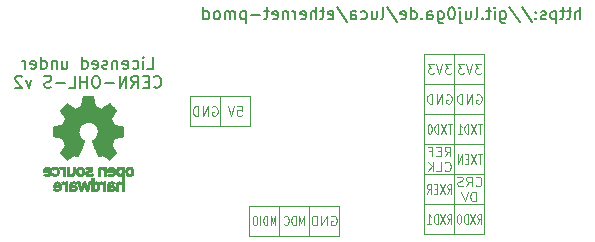
<source format=gbo>
G04 #@! TF.GenerationSoftware,KiCad,Pcbnew,(6.0.8)*
G04 #@! TF.CreationDate,2022-10-23T18:16:56+02:00*
G04 #@! TF.ProjectId,ethernet-pmod,65746865-726e-4657-942d-706d6f642e6b,rev?*
G04 #@! TF.SameCoordinates,Original*
G04 #@! TF.FileFunction,Legend,Bot*
G04 #@! TF.FilePolarity,Positive*
%FSLAX46Y46*%
G04 Gerber Fmt 4.6, Leading zero omitted, Abs format (unit mm)*
G04 Created by KiCad (PCBNEW (6.0.8)) date 2022-10-23 18:16:56*
%MOMM*%
%LPD*%
G01*
G04 APERTURE LIST*
G04 Aperture macros list*
%AMRoundRect*
0 Rectangle with rounded corners*
0 $1 Rounding radius*
0 $2 $3 $4 $5 $6 $7 $8 $9 X,Y pos of 4 corners*
0 Add a 4 corners polygon primitive as box body*
4,1,4,$2,$3,$4,$5,$6,$7,$8,$9,$2,$3,0*
0 Add four circle primitives for the rounded corners*
1,1,$1+$1,$2,$3*
1,1,$1+$1,$4,$5*
1,1,$1+$1,$6,$7*
1,1,$1+$1,$8,$9*
0 Add four rect primitives between the rounded corners*
20,1,$1+$1,$2,$3,$4,$5,0*
20,1,$1+$1,$4,$5,$6,$7,0*
20,1,$1+$1,$6,$7,$8,$9,0*
20,1,$1+$1,$8,$9,$2,$3,0*%
G04 Aperture macros list end*
%ADD10C,0.120000*%
%ADD11C,0.150000*%
%ADD12C,0.010000*%
%ADD13R,1.700000X1.700000*%
%ADD14O,1.700000X1.700000*%
%ADD15C,3.250000*%
%ADD16RoundRect,0.217000X-0.483000X0.483000X-0.483000X-0.483000X0.483000X-0.483000X0.483000X0.483000X0*%
%ADD17C,1.400000*%
%ADD18C,2.400000*%
G04 APERTURE END LIST*
D10*
X161250000Y-107770000D02*
X161250000Y-105230000D01*
X153630000Y-105230000D02*
X153630000Y-107770000D01*
X153720000Y-95955000D02*
X148640000Y-95955000D01*
X161250000Y-105230000D02*
X153630000Y-105230000D01*
X168460000Y-92380000D02*
X173540000Y-92380000D01*
X148640000Y-95955000D02*
X148640000Y-98495000D01*
X151180000Y-95955000D02*
X151180000Y-98495000D01*
X168460000Y-107620000D02*
X168460000Y-92380000D01*
X173540000Y-92380000D02*
X173540000Y-107620000D01*
X168460000Y-102540000D02*
X173540000Y-102540000D01*
X153630000Y-107770000D02*
X161250000Y-107770000D01*
X148640000Y-98495000D02*
X153720000Y-98495000D01*
X171000000Y-92380000D02*
X171000000Y-107620000D01*
X156170000Y-105230000D02*
X156170000Y-107770000D01*
X168460000Y-97460000D02*
X173540000Y-97460000D01*
X168460000Y-105080000D02*
X173540000Y-105080000D01*
X173540000Y-107620000D02*
X168460000Y-107620000D01*
X153720000Y-98495000D02*
X153720000Y-95955000D01*
X168460000Y-94920000D02*
X173540000Y-94920000D01*
X168460000Y-100000000D02*
X173540000Y-100000000D01*
X158710000Y-107770000D02*
X158710000Y-105230000D01*
X152602380Y-96836904D02*
X152983333Y-96836904D01*
X153021428Y-97217857D01*
X152983333Y-97179761D01*
X152907142Y-97141666D01*
X152716666Y-97141666D01*
X152640476Y-97179761D01*
X152602380Y-97217857D01*
X152564285Y-97294047D01*
X152564285Y-97484523D01*
X152602380Y-97560714D01*
X152640476Y-97598809D01*
X152716666Y-97636904D01*
X152907142Y-97636904D01*
X152983333Y-97598809D01*
X153021428Y-97560714D01*
X152335714Y-96836904D02*
X152069047Y-97636904D01*
X151802380Y-96836904D01*
X158240000Y-106911904D02*
X158240000Y-106111904D01*
X158040000Y-106683333D01*
X157840000Y-106111904D01*
X157840000Y-106911904D01*
X157554285Y-106911904D02*
X157554285Y-106111904D01*
X157411428Y-106111904D01*
X157325714Y-106150000D01*
X157268571Y-106226190D01*
X157240000Y-106302380D01*
X157211428Y-106454761D01*
X157211428Y-106569047D01*
X157240000Y-106721428D01*
X157268571Y-106797619D01*
X157325714Y-106873809D01*
X157411428Y-106911904D01*
X157554285Y-106911904D01*
X156611428Y-106835714D02*
X156640000Y-106873809D01*
X156725714Y-106911904D01*
X156782857Y-106911904D01*
X156868571Y-106873809D01*
X156925714Y-106797619D01*
X156954285Y-106721428D01*
X156982857Y-106569047D01*
X156982857Y-106454761D01*
X156954285Y-106302380D01*
X156925714Y-106226190D01*
X156868571Y-106150000D01*
X156782857Y-106111904D01*
X156725714Y-106111904D01*
X156640000Y-106150000D01*
X156611428Y-106188095D01*
X172955714Y-106761904D02*
X173155714Y-106380952D01*
X173298571Y-106761904D02*
X173298571Y-105961904D01*
X173070000Y-105961904D01*
X173012857Y-106000000D01*
X172984285Y-106038095D01*
X172955714Y-106114285D01*
X172955714Y-106228571D01*
X172984285Y-106304761D01*
X173012857Y-106342857D01*
X173070000Y-106380952D01*
X173298571Y-106380952D01*
X172755714Y-105961904D02*
X172355714Y-106761904D01*
X172355714Y-105961904D02*
X172755714Y-106761904D01*
X172127142Y-106761904D02*
X172127142Y-105961904D01*
X171984285Y-105961904D01*
X171898571Y-106000000D01*
X171841428Y-106076190D01*
X171812857Y-106152380D01*
X171784285Y-106304761D01*
X171784285Y-106419047D01*
X171812857Y-106571428D01*
X171841428Y-106647619D01*
X171898571Y-106723809D01*
X171984285Y-106761904D01*
X172127142Y-106761904D01*
X171412857Y-105961904D02*
X171355714Y-105961904D01*
X171298571Y-106000000D01*
X171270000Y-106038095D01*
X171241428Y-106114285D01*
X171212857Y-106266666D01*
X171212857Y-106457142D01*
X171241428Y-106609523D01*
X171270000Y-106685714D01*
X171298571Y-106723809D01*
X171355714Y-106761904D01*
X171412857Y-106761904D01*
X171470000Y-106723809D01*
X171498571Y-106685714D01*
X171527142Y-106609523D01*
X171555714Y-106457142D01*
X171555714Y-106266666D01*
X171527142Y-106114285D01*
X171498571Y-106038095D01*
X171470000Y-106000000D01*
X171412857Y-105961904D01*
X173312857Y-98341904D02*
X172970000Y-98341904D01*
X173141428Y-99141904D02*
X173141428Y-98341904D01*
X172827142Y-98341904D02*
X172427142Y-99141904D01*
X172427142Y-98341904D02*
X172827142Y-99141904D01*
X172198571Y-99141904D02*
X172198571Y-98341904D01*
X172055714Y-98341904D01*
X171970000Y-98380000D01*
X171912857Y-98456190D01*
X171884285Y-98532380D01*
X171855714Y-98684761D01*
X171855714Y-98799047D01*
X171884285Y-98951428D01*
X171912857Y-99027619D01*
X171970000Y-99103809D01*
X172055714Y-99141904D01*
X172198571Y-99141904D01*
X171284285Y-99141904D02*
X171627142Y-99141904D01*
X171455714Y-99141904D02*
X171455714Y-98341904D01*
X171512857Y-98456190D01*
X171570000Y-98532380D01*
X171627142Y-98570476D01*
X173312857Y-100881904D02*
X172970000Y-100881904D01*
X173141428Y-101681904D02*
X173141428Y-100881904D01*
X172827142Y-100881904D02*
X172427142Y-101681904D01*
X172427142Y-100881904D02*
X172827142Y-101681904D01*
X172198571Y-101262857D02*
X171998571Y-101262857D01*
X171912857Y-101681904D02*
X172198571Y-101681904D01*
X172198571Y-100881904D01*
X171912857Y-100881904D01*
X171655714Y-101681904D02*
X171655714Y-100881904D01*
X171312857Y-101681904D01*
X171312857Y-100881904D01*
X160589523Y-106150000D02*
X160665714Y-106111904D01*
X160780000Y-106111904D01*
X160894285Y-106150000D01*
X160970476Y-106226190D01*
X161008571Y-106302380D01*
X161046666Y-106454761D01*
X161046666Y-106569047D01*
X161008571Y-106721428D01*
X160970476Y-106797619D01*
X160894285Y-106873809D01*
X160780000Y-106911904D01*
X160703809Y-106911904D01*
X160589523Y-106873809D01*
X160551428Y-106835714D01*
X160551428Y-106569047D01*
X160703809Y-106569047D01*
X160208571Y-106911904D02*
X160208571Y-106111904D01*
X159751428Y-106911904D01*
X159751428Y-106111904D01*
X159370476Y-106911904D02*
X159370476Y-106111904D01*
X159180000Y-106111904D01*
X159065714Y-106150000D01*
X158989523Y-106226190D01*
X158951428Y-106302380D01*
X158913333Y-106454761D01*
X158913333Y-106569047D01*
X158951428Y-106721428D01*
X158989523Y-106797619D01*
X159065714Y-106873809D01*
X159180000Y-106911904D01*
X159370476Y-106911904D01*
X170415714Y-106761904D02*
X170615714Y-106380952D01*
X170758571Y-106761904D02*
X170758571Y-105961904D01*
X170530000Y-105961904D01*
X170472857Y-106000000D01*
X170444285Y-106038095D01*
X170415714Y-106114285D01*
X170415714Y-106228571D01*
X170444285Y-106304761D01*
X170472857Y-106342857D01*
X170530000Y-106380952D01*
X170758571Y-106380952D01*
X170215714Y-105961904D02*
X169815714Y-106761904D01*
X169815714Y-105961904D02*
X170215714Y-106761904D01*
X169587142Y-106761904D02*
X169587142Y-105961904D01*
X169444285Y-105961904D01*
X169358571Y-106000000D01*
X169301428Y-106076190D01*
X169272857Y-106152380D01*
X169244285Y-106304761D01*
X169244285Y-106419047D01*
X169272857Y-106571428D01*
X169301428Y-106647619D01*
X169358571Y-106723809D01*
X169444285Y-106761904D01*
X169587142Y-106761904D01*
X168672857Y-106761904D02*
X169015714Y-106761904D01*
X168844285Y-106761904D02*
X168844285Y-105961904D01*
X168901428Y-106076190D01*
X168958571Y-106152380D01*
X169015714Y-106190476D01*
X170339523Y-95840000D02*
X170415714Y-95801904D01*
X170530000Y-95801904D01*
X170644285Y-95840000D01*
X170720476Y-95916190D01*
X170758571Y-95992380D01*
X170796666Y-96144761D01*
X170796666Y-96259047D01*
X170758571Y-96411428D01*
X170720476Y-96487619D01*
X170644285Y-96563809D01*
X170530000Y-96601904D01*
X170453809Y-96601904D01*
X170339523Y-96563809D01*
X170301428Y-96525714D01*
X170301428Y-96259047D01*
X170453809Y-96259047D01*
X169958571Y-96601904D02*
X169958571Y-95801904D01*
X169501428Y-96601904D01*
X169501428Y-95801904D01*
X169120476Y-96601904D02*
X169120476Y-95801904D01*
X168930000Y-95801904D01*
X168815714Y-95840000D01*
X168739523Y-95916190D01*
X168701428Y-95992380D01*
X168663333Y-96144761D01*
X168663333Y-96259047D01*
X168701428Y-96411428D01*
X168739523Y-96487619D01*
X168815714Y-96563809D01*
X168930000Y-96601904D01*
X169120476Y-96601904D01*
X170720476Y-93261904D02*
X170225238Y-93261904D01*
X170491904Y-93566666D01*
X170377619Y-93566666D01*
X170301428Y-93604761D01*
X170263333Y-93642857D01*
X170225238Y-93719047D01*
X170225238Y-93909523D01*
X170263333Y-93985714D01*
X170301428Y-94023809D01*
X170377619Y-94061904D01*
X170606190Y-94061904D01*
X170682380Y-94023809D01*
X170720476Y-93985714D01*
X169996666Y-93261904D02*
X169730000Y-94061904D01*
X169463333Y-93261904D01*
X169272857Y-93261904D02*
X168777619Y-93261904D01*
X169044285Y-93566666D01*
X168930000Y-93566666D01*
X168853809Y-93604761D01*
X168815714Y-93642857D01*
X168777619Y-93719047D01*
X168777619Y-93909523D01*
X168815714Y-93985714D01*
X168853809Y-94023809D01*
X168930000Y-94061904D01*
X169158571Y-94061904D01*
X169234761Y-94023809D01*
X169272857Y-93985714D01*
D11*
X181664404Y-89452380D02*
X181664404Y-88452380D01*
X181235833Y-89452380D02*
X181235833Y-88928571D01*
X181283452Y-88833333D01*
X181378690Y-88785714D01*
X181521547Y-88785714D01*
X181616785Y-88833333D01*
X181664404Y-88880952D01*
X180902500Y-88785714D02*
X180521547Y-88785714D01*
X180759642Y-88452380D02*
X180759642Y-89309523D01*
X180712023Y-89404761D01*
X180616785Y-89452380D01*
X180521547Y-89452380D01*
X180331071Y-88785714D02*
X179950119Y-88785714D01*
X180188214Y-88452380D02*
X180188214Y-89309523D01*
X180140595Y-89404761D01*
X180045357Y-89452380D01*
X179950119Y-89452380D01*
X179616785Y-88785714D02*
X179616785Y-89785714D01*
X179616785Y-88833333D02*
X179521547Y-88785714D01*
X179331071Y-88785714D01*
X179235833Y-88833333D01*
X179188214Y-88880952D01*
X179140595Y-88976190D01*
X179140595Y-89261904D01*
X179188214Y-89357142D01*
X179235833Y-89404761D01*
X179331071Y-89452380D01*
X179521547Y-89452380D01*
X179616785Y-89404761D01*
X178759642Y-89404761D02*
X178664404Y-89452380D01*
X178473928Y-89452380D01*
X178378690Y-89404761D01*
X178331071Y-89309523D01*
X178331071Y-89261904D01*
X178378690Y-89166666D01*
X178473928Y-89119047D01*
X178616785Y-89119047D01*
X178712023Y-89071428D01*
X178759642Y-88976190D01*
X178759642Y-88928571D01*
X178712023Y-88833333D01*
X178616785Y-88785714D01*
X178473928Y-88785714D01*
X178378690Y-88833333D01*
X177902500Y-89357142D02*
X177854880Y-89404761D01*
X177902500Y-89452380D01*
X177950119Y-89404761D01*
X177902500Y-89357142D01*
X177902500Y-89452380D01*
X177902500Y-88833333D02*
X177854880Y-88880952D01*
X177902500Y-88928571D01*
X177950119Y-88880952D01*
X177902500Y-88833333D01*
X177902500Y-88928571D01*
X176712023Y-88404761D02*
X177569166Y-89690476D01*
X175664404Y-88404761D02*
X176521547Y-89690476D01*
X174902500Y-88785714D02*
X174902500Y-89595238D01*
X174950119Y-89690476D01*
X174997738Y-89738095D01*
X175092976Y-89785714D01*
X175235833Y-89785714D01*
X175331071Y-89738095D01*
X174902500Y-89404761D02*
X174997738Y-89452380D01*
X175188214Y-89452380D01*
X175283452Y-89404761D01*
X175331071Y-89357142D01*
X175378690Y-89261904D01*
X175378690Y-88976190D01*
X175331071Y-88880952D01*
X175283452Y-88833333D01*
X175188214Y-88785714D01*
X174997738Y-88785714D01*
X174902500Y-88833333D01*
X174426309Y-89452380D02*
X174426309Y-88785714D01*
X174426309Y-88452380D02*
X174473928Y-88500000D01*
X174426309Y-88547619D01*
X174378690Y-88500000D01*
X174426309Y-88452380D01*
X174426309Y-88547619D01*
X174092976Y-88785714D02*
X173712023Y-88785714D01*
X173950119Y-88452380D02*
X173950119Y-89309523D01*
X173902500Y-89404761D01*
X173807261Y-89452380D01*
X173712023Y-89452380D01*
X173378690Y-89357142D02*
X173331071Y-89404761D01*
X173378690Y-89452380D01*
X173426309Y-89404761D01*
X173378690Y-89357142D01*
X173378690Y-89452380D01*
X172759642Y-89452380D02*
X172854880Y-89404761D01*
X172902500Y-89309523D01*
X172902500Y-88452380D01*
X171950119Y-88785714D02*
X171950119Y-89452380D01*
X172378690Y-88785714D02*
X172378690Y-89309523D01*
X172331071Y-89404761D01*
X172235833Y-89452380D01*
X172092976Y-89452380D01*
X171997738Y-89404761D01*
X171950119Y-89357142D01*
X171473928Y-88785714D02*
X171473928Y-89642857D01*
X171521547Y-89738095D01*
X171616785Y-89785714D01*
X171664404Y-89785714D01*
X171473928Y-88452380D02*
X171521547Y-88500000D01*
X171473928Y-88547619D01*
X171426309Y-88500000D01*
X171473928Y-88452380D01*
X171473928Y-88547619D01*
X170807261Y-88452380D02*
X170712023Y-88452380D01*
X170616785Y-88500000D01*
X170569166Y-88547619D01*
X170521547Y-88642857D01*
X170473928Y-88833333D01*
X170473928Y-89071428D01*
X170521547Y-89261904D01*
X170569166Y-89357142D01*
X170616785Y-89404761D01*
X170712023Y-89452380D01*
X170807261Y-89452380D01*
X170902500Y-89404761D01*
X170950119Y-89357142D01*
X170997738Y-89261904D01*
X171045357Y-89071428D01*
X171045357Y-88833333D01*
X170997738Y-88642857D01*
X170950119Y-88547619D01*
X170902500Y-88500000D01*
X170807261Y-88452380D01*
X169616785Y-88785714D02*
X169616785Y-89595238D01*
X169664404Y-89690476D01*
X169712023Y-89738095D01*
X169807261Y-89785714D01*
X169950119Y-89785714D01*
X170045357Y-89738095D01*
X169616785Y-89404761D02*
X169712023Y-89452380D01*
X169902500Y-89452380D01*
X169997738Y-89404761D01*
X170045357Y-89357142D01*
X170092976Y-89261904D01*
X170092976Y-88976190D01*
X170045357Y-88880952D01*
X169997738Y-88833333D01*
X169902500Y-88785714D01*
X169712023Y-88785714D01*
X169616785Y-88833333D01*
X168712023Y-89452380D02*
X168712023Y-88928571D01*
X168759642Y-88833333D01*
X168854880Y-88785714D01*
X169045357Y-88785714D01*
X169140595Y-88833333D01*
X168712023Y-89404761D02*
X168807261Y-89452380D01*
X169045357Y-89452380D01*
X169140595Y-89404761D01*
X169188214Y-89309523D01*
X169188214Y-89214285D01*
X169140595Y-89119047D01*
X169045357Y-89071428D01*
X168807261Y-89071428D01*
X168712023Y-89023809D01*
X168235833Y-89357142D02*
X168188214Y-89404761D01*
X168235833Y-89452380D01*
X168283452Y-89404761D01*
X168235833Y-89357142D01*
X168235833Y-89452380D01*
X167331071Y-89452380D02*
X167331071Y-88452380D01*
X167331071Y-89404761D02*
X167426309Y-89452380D01*
X167616785Y-89452380D01*
X167712023Y-89404761D01*
X167759642Y-89357142D01*
X167807261Y-89261904D01*
X167807261Y-88976190D01*
X167759642Y-88880952D01*
X167712023Y-88833333D01*
X167616785Y-88785714D01*
X167426309Y-88785714D01*
X167331071Y-88833333D01*
X166473928Y-89404761D02*
X166569166Y-89452380D01*
X166759642Y-89452380D01*
X166854880Y-89404761D01*
X166902500Y-89309523D01*
X166902500Y-88928571D01*
X166854880Y-88833333D01*
X166759642Y-88785714D01*
X166569166Y-88785714D01*
X166473928Y-88833333D01*
X166426309Y-88928571D01*
X166426309Y-89023809D01*
X166902500Y-89119047D01*
X165283452Y-88404761D02*
X166140595Y-89690476D01*
X164807261Y-89452380D02*
X164902500Y-89404761D01*
X164950119Y-89309523D01*
X164950119Y-88452380D01*
X163997738Y-88785714D02*
X163997738Y-89452380D01*
X164426309Y-88785714D02*
X164426309Y-89309523D01*
X164378690Y-89404761D01*
X164283452Y-89452380D01*
X164140595Y-89452380D01*
X164045357Y-89404761D01*
X163997738Y-89357142D01*
X163092976Y-89404761D02*
X163188214Y-89452380D01*
X163378690Y-89452380D01*
X163473928Y-89404761D01*
X163521547Y-89357142D01*
X163569166Y-89261904D01*
X163569166Y-88976190D01*
X163521547Y-88880952D01*
X163473928Y-88833333D01*
X163378690Y-88785714D01*
X163188214Y-88785714D01*
X163092976Y-88833333D01*
X162235833Y-89452380D02*
X162235833Y-88928571D01*
X162283452Y-88833333D01*
X162378690Y-88785714D01*
X162569166Y-88785714D01*
X162664404Y-88833333D01*
X162235833Y-89404761D02*
X162331071Y-89452380D01*
X162569166Y-89452380D01*
X162664404Y-89404761D01*
X162712023Y-89309523D01*
X162712023Y-89214285D01*
X162664404Y-89119047D01*
X162569166Y-89071428D01*
X162331071Y-89071428D01*
X162235833Y-89023809D01*
X161045357Y-88404761D02*
X161902500Y-89690476D01*
X160331071Y-89404761D02*
X160426309Y-89452380D01*
X160616785Y-89452380D01*
X160712023Y-89404761D01*
X160759642Y-89309523D01*
X160759642Y-88928571D01*
X160712023Y-88833333D01*
X160616785Y-88785714D01*
X160426309Y-88785714D01*
X160331071Y-88833333D01*
X160283452Y-88928571D01*
X160283452Y-89023809D01*
X160759642Y-89119047D01*
X159997738Y-88785714D02*
X159616785Y-88785714D01*
X159854880Y-88452380D02*
X159854880Y-89309523D01*
X159807261Y-89404761D01*
X159712023Y-89452380D01*
X159616785Y-89452380D01*
X159283452Y-89452380D02*
X159283452Y-88452380D01*
X158854880Y-89452380D02*
X158854880Y-88928571D01*
X158902500Y-88833333D01*
X158997738Y-88785714D01*
X159140595Y-88785714D01*
X159235833Y-88833333D01*
X159283452Y-88880952D01*
X157997738Y-89404761D02*
X158092976Y-89452380D01*
X158283452Y-89452380D01*
X158378690Y-89404761D01*
X158426309Y-89309523D01*
X158426309Y-88928571D01*
X158378690Y-88833333D01*
X158283452Y-88785714D01*
X158092976Y-88785714D01*
X157997738Y-88833333D01*
X157950119Y-88928571D01*
X157950119Y-89023809D01*
X158426309Y-89119047D01*
X157521547Y-89452380D02*
X157521547Y-88785714D01*
X157521547Y-88976190D02*
X157473928Y-88880952D01*
X157426309Y-88833333D01*
X157331071Y-88785714D01*
X157235833Y-88785714D01*
X156902500Y-88785714D02*
X156902500Y-89452380D01*
X156902500Y-88880952D02*
X156854880Y-88833333D01*
X156759642Y-88785714D01*
X156616785Y-88785714D01*
X156521547Y-88833333D01*
X156473928Y-88928571D01*
X156473928Y-89452380D01*
X155616785Y-89404761D02*
X155712023Y-89452380D01*
X155902500Y-89452380D01*
X155997738Y-89404761D01*
X156045357Y-89309523D01*
X156045357Y-88928571D01*
X155997738Y-88833333D01*
X155902500Y-88785714D01*
X155712023Y-88785714D01*
X155616785Y-88833333D01*
X155569166Y-88928571D01*
X155569166Y-89023809D01*
X156045357Y-89119047D01*
X155283452Y-88785714D02*
X154902500Y-88785714D01*
X155140595Y-88452380D02*
X155140595Y-89309523D01*
X155092976Y-89404761D01*
X154997738Y-89452380D01*
X154902500Y-89452380D01*
X154569166Y-89071428D02*
X153807261Y-89071428D01*
X153331071Y-88785714D02*
X153331071Y-89785714D01*
X153331071Y-88833333D02*
X153235833Y-88785714D01*
X153045357Y-88785714D01*
X152950119Y-88833333D01*
X152902500Y-88880952D01*
X152854880Y-88976190D01*
X152854880Y-89261904D01*
X152902500Y-89357142D01*
X152950119Y-89404761D01*
X153045357Y-89452380D01*
X153235833Y-89452380D01*
X153331071Y-89404761D01*
X152426309Y-89452380D02*
X152426309Y-88785714D01*
X152426309Y-88880952D02*
X152378690Y-88833333D01*
X152283452Y-88785714D01*
X152140595Y-88785714D01*
X152045357Y-88833333D01*
X151997738Y-88928571D01*
X151997738Y-89452380D01*
X151997738Y-88928571D02*
X151950119Y-88833333D01*
X151854880Y-88785714D01*
X151712023Y-88785714D01*
X151616785Y-88833333D01*
X151569166Y-88928571D01*
X151569166Y-89452380D01*
X150950119Y-89452380D02*
X151045357Y-89404761D01*
X151092976Y-89357142D01*
X151140595Y-89261904D01*
X151140595Y-88976190D01*
X151092976Y-88880952D01*
X151045357Y-88833333D01*
X150950119Y-88785714D01*
X150807261Y-88785714D01*
X150712023Y-88833333D01*
X150664404Y-88880952D01*
X150616785Y-88976190D01*
X150616785Y-89261904D01*
X150664404Y-89357142D01*
X150712023Y-89404761D01*
X150807261Y-89452380D01*
X150950119Y-89452380D01*
X149759642Y-89452380D02*
X149759642Y-88452380D01*
X149759642Y-89404761D02*
X149854880Y-89452380D01*
X150045357Y-89452380D01*
X150140595Y-89404761D01*
X150188214Y-89357142D01*
X150235833Y-89261904D01*
X150235833Y-88976190D01*
X150188214Y-88880952D01*
X150140595Y-88833333D01*
X150045357Y-88785714D01*
X149854880Y-88785714D01*
X149759642Y-88833333D01*
X145000000Y-93647380D02*
X145476190Y-93647380D01*
X145476190Y-92647380D01*
X144666666Y-93647380D02*
X144666666Y-92980714D01*
X144666666Y-92647380D02*
X144714285Y-92695000D01*
X144666666Y-92742619D01*
X144619047Y-92695000D01*
X144666666Y-92647380D01*
X144666666Y-92742619D01*
X143761904Y-93599761D02*
X143857142Y-93647380D01*
X144047619Y-93647380D01*
X144142857Y-93599761D01*
X144190476Y-93552142D01*
X144238095Y-93456904D01*
X144238095Y-93171190D01*
X144190476Y-93075952D01*
X144142857Y-93028333D01*
X144047619Y-92980714D01*
X143857142Y-92980714D01*
X143761904Y-93028333D01*
X142952380Y-93599761D02*
X143047619Y-93647380D01*
X143238095Y-93647380D01*
X143333333Y-93599761D01*
X143380952Y-93504523D01*
X143380952Y-93123571D01*
X143333333Y-93028333D01*
X143238095Y-92980714D01*
X143047619Y-92980714D01*
X142952380Y-93028333D01*
X142904761Y-93123571D01*
X142904761Y-93218809D01*
X143380952Y-93314047D01*
X142476190Y-92980714D02*
X142476190Y-93647380D01*
X142476190Y-93075952D02*
X142428571Y-93028333D01*
X142333333Y-92980714D01*
X142190476Y-92980714D01*
X142095238Y-93028333D01*
X142047619Y-93123571D01*
X142047619Y-93647380D01*
X141619047Y-93599761D02*
X141523809Y-93647380D01*
X141333333Y-93647380D01*
X141238095Y-93599761D01*
X141190476Y-93504523D01*
X141190476Y-93456904D01*
X141238095Y-93361666D01*
X141333333Y-93314047D01*
X141476190Y-93314047D01*
X141571428Y-93266428D01*
X141619047Y-93171190D01*
X141619047Y-93123571D01*
X141571428Y-93028333D01*
X141476190Y-92980714D01*
X141333333Y-92980714D01*
X141238095Y-93028333D01*
X140380952Y-93599761D02*
X140476190Y-93647380D01*
X140666666Y-93647380D01*
X140761904Y-93599761D01*
X140809523Y-93504523D01*
X140809523Y-93123571D01*
X140761904Y-93028333D01*
X140666666Y-92980714D01*
X140476190Y-92980714D01*
X140380952Y-93028333D01*
X140333333Y-93123571D01*
X140333333Y-93218809D01*
X140809523Y-93314047D01*
X139476190Y-93647380D02*
X139476190Y-92647380D01*
X139476190Y-93599761D02*
X139571428Y-93647380D01*
X139761904Y-93647380D01*
X139857142Y-93599761D01*
X139904761Y-93552142D01*
X139952380Y-93456904D01*
X139952380Y-93171190D01*
X139904761Y-93075952D01*
X139857142Y-93028333D01*
X139761904Y-92980714D01*
X139571428Y-92980714D01*
X139476190Y-93028333D01*
X137809523Y-92980714D02*
X137809523Y-93647380D01*
X138238095Y-92980714D02*
X138238095Y-93504523D01*
X138190476Y-93599761D01*
X138095238Y-93647380D01*
X137952380Y-93647380D01*
X137857142Y-93599761D01*
X137809523Y-93552142D01*
X137333333Y-92980714D02*
X137333333Y-93647380D01*
X137333333Y-93075952D02*
X137285714Y-93028333D01*
X137190476Y-92980714D01*
X137047619Y-92980714D01*
X136952380Y-93028333D01*
X136904761Y-93123571D01*
X136904761Y-93647380D01*
X136000000Y-93647380D02*
X136000000Y-92647380D01*
X136000000Y-93599761D02*
X136095238Y-93647380D01*
X136285714Y-93647380D01*
X136380952Y-93599761D01*
X136428571Y-93552142D01*
X136476190Y-93456904D01*
X136476190Y-93171190D01*
X136428571Y-93075952D01*
X136380952Y-93028333D01*
X136285714Y-92980714D01*
X136095238Y-92980714D01*
X136000000Y-93028333D01*
X135142857Y-93599761D02*
X135238095Y-93647380D01*
X135428571Y-93647380D01*
X135523809Y-93599761D01*
X135571428Y-93504523D01*
X135571428Y-93123571D01*
X135523809Y-93028333D01*
X135428571Y-92980714D01*
X135238095Y-92980714D01*
X135142857Y-93028333D01*
X135095238Y-93123571D01*
X135095238Y-93218809D01*
X135571428Y-93314047D01*
X134666666Y-93647380D02*
X134666666Y-92980714D01*
X134666666Y-93171190D02*
X134619047Y-93075952D01*
X134571428Y-93028333D01*
X134476190Y-92980714D01*
X134380952Y-92980714D01*
X145571428Y-95162142D02*
X145619047Y-95209761D01*
X145761904Y-95257380D01*
X145857142Y-95257380D01*
X146000000Y-95209761D01*
X146095238Y-95114523D01*
X146142857Y-95019285D01*
X146190476Y-94828809D01*
X146190476Y-94685952D01*
X146142857Y-94495476D01*
X146095238Y-94400238D01*
X146000000Y-94305000D01*
X145857142Y-94257380D01*
X145761904Y-94257380D01*
X145619047Y-94305000D01*
X145571428Y-94352619D01*
X145142857Y-94733571D02*
X144809523Y-94733571D01*
X144666666Y-95257380D02*
X145142857Y-95257380D01*
X145142857Y-94257380D01*
X144666666Y-94257380D01*
X143666666Y-95257380D02*
X144000000Y-94781190D01*
X144238095Y-95257380D02*
X144238095Y-94257380D01*
X143857142Y-94257380D01*
X143761904Y-94305000D01*
X143714285Y-94352619D01*
X143666666Y-94447857D01*
X143666666Y-94590714D01*
X143714285Y-94685952D01*
X143761904Y-94733571D01*
X143857142Y-94781190D01*
X144238095Y-94781190D01*
X143238095Y-95257380D02*
X143238095Y-94257380D01*
X142666666Y-95257380D01*
X142666666Y-94257380D01*
X142190476Y-94876428D02*
X141428571Y-94876428D01*
X140761904Y-94257380D02*
X140571428Y-94257380D01*
X140476190Y-94305000D01*
X140380952Y-94400238D01*
X140333333Y-94590714D01*
X140333333Y-94924047D01*
X140380952Y-95114523D01*
X140476190Y-95209761D01*
X140571428Y-95257380D01*
X140761904Y-95257380D01*
X140857142Y-95209761D01*
X140952380Y-95114523D01*
X141000000Y-94924047D01*
X141000000Y-94590714D01*
X140952380Y-94400238D01*
X140857142Y-94305000D01*
X140761904Y-94257380D01*
X139904761Y-95257380D02*
X139904761Y-94257380D01*
X139904761Y-94733571D02*
X139333333Y-94733571D01*
X139333333Y-95257380D02*
X139333333Y-94257380D01*
X138380952Y-95257380D02*
X138857142Y-95257380D01*
X138857142Y-94257380D01*
X138047619Y-94876428D02*
X137285714Y-94876428D01*
X136857142Y-95209761D02*
X136714285Y-95257380D01*
X136476190Y-95257380D01*
X136380952Y-95209761D01*
X136333333Y-95162142D01*
X136285714Y-95066904D01*
X136285714Y-94971666D01*
X136333333Y-94876428D01*
X136380952Y-94828809D01*
X136476190Y-94781190D01*
X136666666Y-94733571D01*
X136761904Y-94685952D01*
X136809523Y-94638333D01*
X136857142Y-94543095D01*
X136857142Y-94447857D01*
X136809523Y-94352619D01*
X136761904Y-94305000D01*
X136666666Y-94257380D01*
X136428571Y-94257380D01*
X136285714Y-94305000D01*
X135190476Y-94590714D02*
X134952380Y-95257380D01*
X134714285Y-94590714D01*
X134380952Y-94352619D02*
X134333333Y-94305000D01*
X134238095Y-94257380D01*
X134000000Y-94257380D01*
X133904761Y-94305000D01*
X133857142Y-94352619D01*
X133809523Y-94447857D01*
X133809523Y-94543095D01*
X133857142Y-94685952D01*
X134428571Y-95257380D01*
X133809523Y-95257380D01*
D10*
X170401428Y-104221904D02*
X170601428Y-103840952D01*
X170744285Y-104221904D02*
X170744285Y-103421904D01*
X170515714Y-103421904D01*
X170458571Y-103460000D01*
X170430000Y-103498095D01*
X170401428Y-103574285D01*
X170401428Y-103688571D01*
X170430000Y-103764761D01*
X170458571Y-103802857D01*
X170515714Y-103840952D01*
X170744285Y-103840952D01*
X170201428Y-103421904D02*
X169801428Y-104221904D01*
X169801428Y-103421904D02*
X170201428Y-104221904D01*
X169572857Y-103802857D02*
X169372857Y-103802857D01*
X169287142Y-104221904D02*
X169572857Y-104221904D01*
X169572857Y-103421904D01*
X169287142Y-103421904D01*
X168687142Y-104221904D02*
X168887142Y-103840952D01*
X169030000Y-104221904D02*
X169030000Y-103421904D01*
X168801428Y-103421904D01*
X168744285Y-103460000D01*
X168715714Y-103498095D01*
X168687142Y-103574285D01*
X168687142Y-103688571D01*
X168715714Y-103764761D01*
X168744285Y-103802857D01*
X168801428Y-103840952D01*
X169030000Y-103840952D01*
X150519523Y-96875000D02*
X150595714Y-96836904D01*
X150710000Y-96836904D01*
X150824285Y-96875000D01*
X150900476Y-96951190D01*
X150938571Y-97027380D01*
X150976666Y-97179761D01*
X150976666Y-97294047D01*
X150938571Y-97446428D01*
X150900476Y-97522619D01*
X150824285Y-97598809D01*
X150710000Y-97636904D01*
X150633809Y-97636904D01*
X150519523Y-97598809D01*
X150481428Y-97560714D01*
X150481428Y-97294047D01*
X150633809Y-97294047D01*
X150138571Y-97636904D02*
X150138571Y-96836904D01*
X149681428Y-97636904D01*
X149681428Y-96836904D01*
X149300476Y-97636904D02*
X149300476Y-96836904D01*
X149110000Y-96836904D01*
X148995714Y-96875000D01*
X148919523Y-96951190D01*
X148881428Y-97027380D01*
X148843333Y-97179761D01*
X148843333Y-97294047D01*
X148881428Y-97446428D01*
X148919523Y-97522619D01*
X148995714Y-97598809D01*
X149110000Y-97636904D01*
X149300476Y-97636904D01*
X155857142Y-106911904D02*
X155857142Y-106111904D01*
X155657142Y-106683333D01*
X155457142Y-106111904D01*
X155457142Y-106911904D01*
X155171428Y-106911904D02*
X155171428Y-106111904D01*
X155028571Y-106111904D01*
X154942857Y-106150000D01*
X154885714Y-106226190D01*
X154857142Y-106302380D01*
X154828571Y-106454761D01*
X154828571Y-106569047D01*
X154857142Y-106721428D01*
X154885714Y-106797619D01*
X154942857Y-106873809D01*
X155028571Y-106911904D01*
X155171428Y-106911904D01*
X154571428Y-106911904D02*
X154571428Y-106111904D01*
X154171428Y-106111904D02*
X154057142Y-106111904D01*
X154000000Y-106150000D01*
X153942857Y-106226190D01*
X153914285Y-106378571D01*
X153914285Y-106645238D01*
X153942857Y-106797619D01*
X154000000Y-106873809D01*
X154057142Y-106911904D01*
X154171428Y-106911904D01*
X154228571Y-106873809D01*
X154285714Y-106797619D01*
X154314285Y-106645238D01*
X154314285Y-106378571D01*
X154285714Y-106226190D01*
X154228571Y-106150000D01*
X154171428Y-106111904D01*
X172879523Y-95840000D02*
X172955714Y-95801904D01*
X173070000Y-95801904D01*
X173184285Y-95840000D01*
X173260476Y-95916190D01*
X173298571Y-95992380D01*
X173336666Y-96144761D01*
X173336666Y-96259047D01*
X173298571Y-96411428D01*
X173260476Y-96487619D01*
X173184285Y-96563809D01*
X173070000Y-96601904D01*
X172993809Y-96601904D01*
X172879523Y-96563809D01*
X172841428Y-96525714D01*
X172841428Y-96259047D01*
X172993809Y-96259047D01*
X172498571Y-96601904D02*
X172498571Y-95801904D01*
X172041428Y-96601904D01*
X172041428Y-95801904D01*
X171660476Y-96601904D02*
X171660476Y-95801904D01*
X171470000Y-95801904D01*
X171355714Y-95840000D01*
X171279523Y-95916190D01*
X171241428Y-95992380D01*
X171203333Y-96144761D01*
X171203333Y-96259047D01*
X171241428Y-96411428D01*
X171279523Y-96487619D01*
X171355714Y-96563809D01*
X171470000Y-96601904D01*
X171660476Y-96601904D01*
X172803333Y-103501714D02*
X172841428Y-103539809D01*
X172955714Y-103577904D01*
X173031904Y-103577904D01*
X173146190Y-103539809D01*
X173222380Y-103463619D01*
X173260476Y-103387428D01*
X173298571Y-103235047D01*
X173298571Y-103120761D01*
X173260476Y-102968380D01*
X173222380Y-102892190D01*
X173146190Y-102816000D01*
X173031904Y-102777904D01*
X172955714Y-102777904D01*
X172841428Y-102816000D01*
X172803333Y-102854095D01*
X172003333Y-103577904D02*
X172270000Y-103196952D01*
X172460476Y-103577904D02*
X172460476Y-102777904D01*
X172155714Y-102777904D01*
X172079523Y-102816000D01*
X172041428Y-102854095D01*
X172003333Y-102930285D01*
X172003333Y-103044571D01*
X172041428Y-103120761D01*
X172079523Y-103158857D01*
X172155714Y-103196952D01*
X172460476Y-103196952D01*
X171698571Y-103539809D02*
X171584285Y-103577904D01*
X171393809Y-103577904D01*
X171317619Y-103539809D01*
X171279523Y-103501714D01*
X171241428Y-103425523D01*
X171241428Y-103349333D01*
X171279523Y-103273142D01*
X171317619Y-103235047D01*
X171393809Y-103196952D01*
X171546190Y-103158857D01*
X171622380Y-103120761D01*
X171660476Y-103082666D01*
X171698571Y-103006476D01*
X171698571Y-102930285D01*
X171660476Y-102854095D01*
X171622380Y-102816000D01*
X171546190Y-102777904D01*
X171355714Y-102777904D01*
X171241428Y-102816000D01*
X172822380Y-104865904D02*
X172822380Y-104065904D01*
X172631904Y-104065904D01*
X172517619Y-104104000D01*
X172441428Y-104180190D01*
X172403333Y-104256380D01*
X172365238Y-104408761D01*
X172365238Y-104523047D01*
X172403333Y-104675428D01*
X172441428Y-104751619D01*
X172517619Y-104827809D01*
X172631904Y-104865904D01*
X172822380Y-104865904D01*
X172136666Y-104065904D02*
X171870000Y-104865904D01*
X171603333Y-104065904D01*
X170772857Y-98341904D02*
X170430000Y-98341904D01*
X170601428Y-99141904D02*
X170601428Y-98341904D01*
X170287142Y-98341904D02*
X169887142Y-99141904D01*
X169887142Y-98341904D02*
X170287142Y-99141904D01*
X169658571Y-99141904D02*
X169658571Y-98341904D01*
X169515714Y-98341904D01*
X169430000Y-98380000D01*
X169372857Y-98456190D01*
X169344285Y-98532380D01*
X169315714Y-98684761D01*
X169315714Y-98799047D01*
X169344285Y-98951428D01*
X169372857Y-99027619D01*
X169430000Y-99103809D01*
X169515714Y-99141904D01*
X169658571Y-99141904D01*
X168944285Y-98341904D02*
X168887142Y-98341904D01*
X168830000Y-98380000D01*
X168801428Y-98418095D01*
X168772857Y-98494285D01*
X168744285Y-98646666D01*
X168744285Y-98837142D01*
X168772857Y-98989523D01*
X168801428Y-99065714D01*
X168830000Y-99103809D01*
X168887142Y-99141904D01*
X168944285Y-99141904D01*
X169001428Y-99103809D01*
X169030000Y-99065714D01*
X169058571Y-98989523D01*
X169087142Y-98837142D01*
X169087142Y-98646666D01*
X169058571Y-98494285D01*
X169030000Y-98418095D01*
X169001428Y-98380000D01*
X168944285Y-98341904D01*
X173260476Y-93261904D02*
X172765238Y-93261904D01*
X173031904Y-93566666D01*
X172917619Y-93566666D01*
X172841428Y-93604761D01*
X172803333Y-93642857D01*
X172765238Y-93719047D01*
X172765238Y-93909523D01*
X172803333Y-93985714D01*
X172841428Y-94023809D01*
X172917619Y-94061904D01*
X173146190Y-94061904D01*
X173222380Y-94023809D01*
X173260476Y-93985714D01*
X172536666Y-93261904D02*
X172270000Y-94061904D01*
X172003333Y-93261904D01*
X171812857Y-93261904D02*
X171317619Y-93261904D01*
X171584285Y-93566666D01*
X171470000Y-93566666D01*
X171393809Y-93604761D01*
X171355714Y-93642857D01*
X171317619Y-93719047D01*
X171317619Y-93909523D01*
X171355714Y-93985714D01*
X171393809Y-94023809D01*
X171470000Y-94061904D01*
X171698571Y-94061904D01*
X171774761Y-94023809D01*
X171812857Y-93985714D01*
X170187142Y-101037904D02*
X170453809Y-100656952D01*
X170644285Y-101037904D02*
X170644285Y-100237904D01*
X170339523Y-100237904D01*
X170263333Y-100276000D01*
X170225238Y-100314095D01*
X170187142Y-100390285D01*
X170187142Y-100504571D01*
X170225238Y-100580761D01*
X170263333Y-100618857D01*
X170339523Y-100656952D01*
X170644285Y-100656952D01*
X169844285Y-100618857D02*
X169577619Y-100618857D01*
X169463333Y-101037904D02*
X169844285Y-101037904D01*
X169844285Y-100237904D01*
X169463333Y-100237904D01*
X168853809Y-100618857D02*
X169120476Y-100618857D01*
X169120476Y-101037904D02*
X169120476Y-100237904D01*
X168739523Y-100237904D01*
X170206190Y-102249714D02*
X170244285Y-102287809D01*
X170358571Y-102325904D01*
X170434761Y-102325904D01*
X170549047Y-102287809D01*
X170625238Y-102211619D01*
X170663333Y-102135428D01*
X170701428Y-101983047D01*
X170701428Y-101868761D01*
X170663333Y-101716380D01*
X170625238Y-101640190D01*
X170549047Y-101564000D01*
X170434761Y-101525904D01*
X170358571Y-101525904D01*
X170244285Y-101564000D01*
X170206190Y-101602095D01*
X169482380Y-102325904D02*
X169863333Y-102325904D01*
X169863333Y-101525904D01*
X169215714Y-102325904D02*
X169215714Y-101525904D01*
X168758571Y-102325904D02*
X169101428Y-101868761D01*
X168758571Y-101525904D02*
X169215714Y-101983047D01*
G36*
X142268722Y-103790000D02*
G01*
X142248360Y-103875846D01*
X142203067Y-103940412D01*
X142130593Y-103986937D01*
X142093140Y-103998256D01*
X142028990Y-104007078D01*
X141958840Y-104009185D01*
X141895548Y-104004330D01*
X141851976Y-103992268D01*
X141825512Y-103982606D01*
X141799601Y-103992268D01*
X141790123Y-103997866D01*
X141752294Y-104006943D01*
X141701132Y-104010526D01*
X141620922Y-104010526D01*
X141620922Y-103723857D01*
X141804737Y-103723857D01*
X141810915Y-103772753D01*
X141835297Y-103815765D01*
X141849249Y-103825074D01*
X141899051Y-103839583D01*
X141961225Y-103843205D01*
X142022196Y-103835845D01*
X142068388Y-103817408D01*
X142091399Y-103793030D01*
X142105527Y-103749713D01*
X142092998Y-103715376D01*
X142051582Y-103685520D01*
X141985005Y-103666366D01*
X141897182Y-103659605D01*
X141804737Y-103659605D01*
X141804737Y-103723857D01*
X141620922Y-103723857D01*
X141620922Y-103687142D01*
X141620928Y-103659176D01*
X141621232Y-103553767D01*
X141622376Y-103475401D01*
X141624877Y-103418871D01*
X141629256Y-103378970D01*
X141636032Y-103350492D01*
X141645725Y-103328230D01*
X141658853Y-103306978D01*
X141701084Y-103257180D01*
X141760930Y-103219160D01*
X141839543Y-103198184D01*
X141943136Y-103191736D01*
X141946503Y-103191743D01*
X142018513Y-103194995D01*
X142082966Y-103203103D01*
X142126952Y-103214470D01*
X142139010Y-103220166D01*
X142177391Y-103244289D01*
X142212124Y-103272960D01*
X142234977Y-103298760D01*
X142237716Y-103314273D01*
X142232370Y-103318465D01*
X142174127Y-103363218D01*
X142135181Y-103389613D01*
X142109431Y-103400262D01*
X142090772Y-103397780D01*
X142073101Y-103384782D01*
X142040490Y-103368556D01*
X141985533Y-103357737D01*
X141923420Y-103354931D01*
X141867217Y-103360642D01*
X141829984Y-103375376D01*
X141828025Y-103377169D01*
X141811294Y-103410850D01*
X141804737Y-103461125D01*
X141804737Y-103525921D01*
X141959310Y-103525983D01*
X142030314Y-103527107D01*
X142090082Y-103531996D01*
X142132837Y-103542055D01*
X142167380Y-103558665D01*
X142175419Y-103563767D01*
X142233576Y-103619847D01*
X142264510Y-103694004D01*
X142267125Y-103749713D01*
X142268912Y-103787796D01*
X142268722Y-103790000D01*
G37*
D12*
X142268722Y-103790000D02*
X142248360Y-103875846D01*
X142203067Y-103940412D01*
X142130593Y-103986937D01*
X142093140Y-103998256D01*
X142028990Y-104007078D01*
X141958840Y-104009185D01*
X141895548Y-104004330D01*
X141851976Y-103992268D01*
X141825512Y-103982606D01*
X141799601Y-103992268D01*
X141790123Y-103997866D01*
X141752294Y-104006943D01*
X141701132Y-104010526D01*
X141620922Y-104010526D01*
X141620922Y-103723857D01*
X141804737Y-103723857D01*
X141810915Y-103772753D01*
X141835297Y-103815765D01*
X141849249Y-103825074D01*
X141899051Y-103839583D01*
X141961225Y-103843205D01*
X142022196Y-103835845D01*
X142068388Y-103817408D01*
X142091399Y-103793030D01*
X142105527Y-103749713D01*
X142092998Y-103715376D01*
X142051582Y-103685520D01*
X141985005Y-103666366D01*
X141897182Y-103659605D01*
X141804737Y-103659605D01*
X141804737Y-103723857D01*
X141620922Y-103723857D01*
X141620922Y-103687142D01*
X141620928Y-103659176D01*
X141621232Y-103553767D01*
X141622376Y-103475401D01*
X141624877Y-103418871D01*
X141629256Y-103378970D01*
X141636032Y-103350492D01*
X141645725Y-103328230D01*
X141658853Y-103306978D01*
X141701084Y-103257180D01*
X141760930Y-103219160D01*
X141839543Y-103198184D01*
X141943136Y-103191736D01*
X141946503Y-103191743D01*
X142018513Y-103194995D01*
X142082966Y-103203103D01*
X142126952Y-103214470D01*
X142139010Y-103220166D01*
X142177391Y-103244289D01*
X142212124Y-103272960D01*
X142234977Y-103298760D01*
X142237716Y-103314273D01*
X142232370Y-103318465D01*
X142174127Y-103363218D01*
X142135181Y-103389613D01*
X142109431Y-103400262D01*
X142090772Y-103397780D01*
X142073101Y-103384782D01*
X142040490Y-103368556D01*
X141985533Y-103357737D01*
X141923420Y-103354931D01*
X141867217Y-103360642D01*
X141829984Y-103375376D01*
X141828025Y-103377169D01*
X141811294Y-103410850D01*
X141804737Y-103461125D01*
X141804737Y-103525921D01*
X141959310Y-103525983D01*
X142030314Y-103527107D01*
X142090082Y-103531996D01*
X142132837Y-103542055D01*
X142167380Y-103558665D01*
X142175419Y-103563767D01*
X142233576Y-103619847D01*
X142264510Y-103694004D01*
X142267125Y-103749713D01*
X142268912Y-103787796D01*
X142268722Y-103790000D01*
G36*
X137967063Y-103202716D02*
G01*
X138017550Y-103226344D01*
X138061579Y-103260978D01*
X138061579Y-103226344D01*
X138062676Y-103213194D01*
X138072885Y-103199252D01*
X138100493Y-103193094D01*
X138153487Y-103191710D01*
X138245395Y-103191710D01*
X138245395Y-104010526D01*
X138061579Y-104010526D01*
X138061579Y-103743944D01*
X138061557Y-103728640D01*
X138059989Y-103621060D01*
X138056141Y-103533427D01*
X138050287Y-103470224D01*
X138042701Y-103435929D01*
X138035736Y-103422982D01*
X137992860Y-103382378D01*
X137934458Y-103364404D01*
X137870686Y-103372789D01*
X137855044Y-103378472D01*
X137821721Y-103388517D01*
X137798947Y-103385398D01*
X137776031Y-103364979D01*
X137742283Y-103323127D01*
X137687547Y-103254017D01*
X137726020Y-103222864D01*
X137762592Y-103204112D01*
X137826833Y-103191447D01*
X137899240Y-103191033D01*
X137967063Y-103202716D01*
G37*
X137967063Y-103202716D02*
X138017550Y-103226344D01*
X138061579Y-103260978D01*
X138061579Y-103226344D01*
X138062676Y-103213194D01*
X138072885Y-103199252D01*
X138100493Y-103193094D01*
X138153487Y-103191710D01*
X138245395Y-103191710D01*
X138245395Y-104010526D01*
X138061579Y-104010526D01*
X138061579Y-103743944D01*
X138061557Y-103728640D01*
X138059989Y-103621060D01*
X138056141Y-103533427D01*
X138050287Y-103470224D01*
X138042701Y-103435929D01*
X138035736Y-103422982D01*
X137992860Y-103382378D01*
X137934458Y-103364404D01*
X137870686Y-103372789D01*
X137855044Y-103378472D01*
X137821721Y-103388517D01*
X137798947Y-103385398D01*
X137776031Y-103364979D01*
X137742283Y-103323127D01*
X137687547Y-103254017D01*
X137726020Y-103222864D01*
X137762592Y-103204112D01*
X137826833Y-103191447D01*
X137899240Y-103191033D01*
X137967063Y-103202716D01*
G36*
X136834216Y-102413529D02*
G01*
X136833936Y-102416044D01*
X136809909Y-102533405D01*
X136766499Y-102624652D01*
X136702353Y-102691791D01*
X136616119Y-102736824D01*
X136600289Y-102741974D01*
X136502173Y-102757151D01*
X136400698Y-102748688D01*
X136306359Y-102718445D01*
X136229649Y-102668285D01*
X136172190Y-102615197D01*
X136233266Y-102566904D01*
X136294341Y-102518611D01*
X136367947Y-102554371D01*
X136453115Y-102583347D01*
X136528301Y-102584215D01*
X136589816Y-102557592D01*
X136634083Y-102504155D01*
X136649952Y-102472136D01*
X136658811Y-102444771D01*
X136653685Y-102426285D01*
X136630687Y-102414938D01*
X136585931Y-102408987D01*
X136515529Y-102406693D01*
X136415593Y-102406316D01*
X136173290Y-102406316D01*
X136173290Y-102290430D01*
X136175100Y-102239555D01*
X136345706Y-102239555D01*
X136353900Y-102248912D01*
X136378160Y-102253783D01*
X136424272Y-102255630D01*
X136498019Y-102255921D01*
X136537566Y-102255457D01*
X136599971Y-102252388D01*
X136642303Y-102247013D01*
X136657895Y-102239997D01*
X136653906Y-102214108D01*
X136625788Y-102164570D01*
X136578932Y-102123875D01*
X136523074Y-102099295D01*
X136467951Y-102098105D01*
X136426458Y-102117815D01*
X136379440Y-102162668D01*
X136349545Y-102218322D01*
X136347794Y-102224245D01*
X136345706Y-102239555D01*
X136175100Y-102239555D01*
X136175471Y-102229138D01*
X136181876Y-102168496D01*
X136191025Y-102127502D01*
X136197695Y-102111852D01*
X136246243Y-102042149D01*
X136316391Y-101984013D01*
X136398426Y-101945949D01*
X136441216Y-101935554D01*
X136543170Y-101930822D01*
X136634015Y-101954893D01*
X136711253Y-102005088D01*
X136772389Y-102078727D01*
X136814926Y-102173133D01*
X136827671Y-102239997D01*
X136836367Y-102285627D01*
X136834216Y-102413529D01*
G37*
X136834216Y-102413529D02*
X136833936Y-102416044D01*
X136809909Y-102533405D01*
X136766499Y-102624652D01*
X136702353Y-102691791D01*
X136616119Y-102736824D01*
X136600289Y-102741974D01*
X136502173Y-102757151D01*
X136400698Y-102748688D01*
X136306359Y-102718445D01*
X136229649Y-102668285D01*
X136172190Y-102615197D01*
X136233266Y-102566904D01*
X136294341Y-102518611D01*
X136367947Y-102554371D01*
X136453115Y-102583347D01*
X136528301Y-102584215D01*
X136589816Y-102557592D01*
X136634083Y-102504155D01*
X136649952Y-102472136D01*
X136658811Y-102444771D01*
X136653685Y-102426285D01*
X136630687Y-102414938D01*
X136585931Y-102408987D01*
X136515529Y-102406693D01*
X136415593Y-102406316D01*
X136173290Y-102406316D01*
X136173290Y-102290430D01*
X136175100Y-102239555D01*
X136345706Y-102239555D01*
X136353900Y-102248912D01*
X136378160Y-102253783D01*
X136424272Y-102255630D01*
X136498019Y-102255921D01*
X136537566Y-102255457D01*
X136599971Y-102252388D01*
X136642303Y-102247013D01*
X136657895Y-102239997D01*
X136653906Y-102214108D01*
X136625788Y-102164570D01*
X136578932Y-102123875D01*
X136523074Y-102099295D01*
X136467951Y-102098105D01*
X136426458Y-102117815D01*
X136379440Y-102162668D01*
X136349545Y-102218322D01*
X136347794Y-102224245D01*
X136345706Y-102239555D01*
X136175100Y-102239555D01*
X136175471Y-102229138D01*
X136181876Y-102168496D01*
X136191025Y-102127502D01*
X136197695Y-102111852D01*
X136246243Y-102042149D01*
X136316391Y-101984013D01*
X136398426Y-101945949D01*
X136441216Y-101935554D01*
X136543170Y-101930822D01*
X136634015Y-101954893D01*
X136711253Y-102005088D01*
X136772389Y-102078727D01*
X136814926Y-102173133D01*
X136827671Y-102239997D01*
X136836367Y-102285627D01*
X136834216Y-102413529D01*
G36*
X142936875Y-104007222D02*
G01*
X142849145Y-104002171D01*
X142844974Y-103734802D01*
X142843740Y-103669788D01*
X142840237Y-103572111D01*
X142834224Y-103500434D01*
X142824597Y-103449940D01*
X142810249Y-103415810D01*
X142790075Y-103393227D01*
X142762970Y-103377372D01*
X142712112Y-103361180D01*
X142661534Y-103367472D01*
X142608125Y-103402077D01*
X142556711Y-103445339D01*
X142556711Y-104010526D01*
X142372895Y-104010526D01*
X142372895Y-103704010D01*
X142373072Y-103607935D01*
X142374049Y-103522562D01*
X142376399Y-103460071D01*
X142380691Y-103414794D01*
X142387495Y-103381068D01*
X142397378Y-103353227D01*
X142410910Y-103325605D01*
X142414119Y-103319741D01*
X142456792Y-103262627D01*
X142506735Y-103222714D01*
X142566948Y-103201756D01*
X142646680Y-103192427D01*
X142726527Y-103197480D01*
X142791488Y-103217205D01*
X142840790Y-103242700D01*
X142840790Y-102690931D01*
X142773237Y-102726142D01*
X142745019Y-102738934D01*
X142655950Y-102757023D01*
X142567434Y-102744521D01*
X142485381Y-102702952D01*
X142415704Y-102633843D01*
X142404789Y-102617600D01*
X142394298Y-102593790D01*
X142387455Y-102561418D01*
X142383504Y-102514271D01*
X142381688Y-102446135D01*
X142381362Y-102375142D01*
X142557891Y-102375142D01*
X142558040Y-102434431D01*
X142562573Y-102473969D01*
X142572760Y-102502189D01*
X142589872Y-102527519D01*
X142611610Y-102551069D01*
X142646372Y-102568892D01*
X142698750Y-102573421D01*
X142745020Y-102569480D01*
X142790817Y-102549759D01*
X142820312Y-102509809D01*
X142836104Y-102445600D01*
X142840790Y-102353101D01*
X142839578Y-102303894D01*
X142827481Y-102211006D01*
X142802523Y-102148196D01*
X142764844Y-102115906D01*
X142726789Y-102106822D01*
X142660513Y-102111081D01*
X142604516Y-102137452D01*
X142591114Y-102149545D01*
X142576913Y-102170467D01*
X142568133Y-102201611D01*
X142562919Y-102250710D01*
X142559416Y-102325498D01*
X142557891Y-102375142D01*
X142381362Y-102375142D01*
X142381250Y-102350797D01*
X142381400Y-102307296D01*
X142383962Y-102206111D01*
X142391097Y-102130522D01*
X142404606Y-102074817D01*
X142426294Y-102033283D01*
X142457960Y-102000206D01*
X142501408Y-101969874D01*
X142536640Y-101952468D01*
X142620173Y-101933271D01*
X142708222Y-101935887D01*
X142786481Y-101960772D01*
X142820067Y-101977039D01*
X142836960Y-101978720D01*
X142840790Y-101963916D01*
X142840794Y-101963468D01*
X142849048Y-101948351D01*
X142877517Y-101940603D01*
X142932698Y-101938421D01*
X143024606Y-101938421D01*
X143024606Y-104012273D01*
X142936875Y-104007222D01*
G37*
X142936875Y-104007222D02*
X142849145Y-104002171D01*
X142844974Y-103734802D01*
X142843740Y-103669788D01*
X142840237Y-103572111D01*
X142834224Y-103500434D01*
X142824597Y-103449940D01*
X142810249Y-103415810D01*
X142790075Y-103393227D01*
X142762970Y-103377372D01*
X142712112Y-103361180D01*
X142661534Y-103367472D01*
X142608125Y-103402077D01*
X142556711Y-103445339D01*
X142556711Y-104010526D01*
X142372895Y-104010526D01*
X142372895Y-103704010D01*
X142373072Y-103607935D01*
X142374049Y-103522562D01*
X142376399Y-103460071D01*
X142380691Y-103414794D01*
X142387495Y-103381068D01*
X142397378Y-103353227D01*
X142410910Y-103325605D01*
X142414119Y-103319741D01*
X142456792Y-103262627D01*
X142506735Y-103222714D01*
X142566948Y-103201756D01*
X142646680Y-103192427D01*
X142726527Y-103197480D01*
X142791488Y-103217205D01*
X142840790Y-103242700D01*
X142840790Y-102690931D01*
X142773237Y-102726142D01*
X142745019Y-102738934D01*
X142655950Y-102757023D01*
X142567434Y-102744521D01*
X142485381Y-102702952D01*
X142415704Y-102633843D01*
X142404789Y-102617600D01*
X142394298Y-102593790D01*
X142387455Y-102561418D01*
X142383504Y-102514271D01*
X142381688Y-102446135D01*
X142381362Y-102375142D01*
X142557891Y-102375142D01*
X142558040Y-102434431D01*
X142562573Y-102473969D01*
X142572760Y-102502189D01*
X142589872Y-102527519D01*
X142611610Y-102551069D01*
X142646372Y-102568892D01*
X142698750Y-102573421D01*
X142745020Y-102569480D01*
X142790817Y-102549759D01*
X142820312Y-102509809D01*
X142836104Y-102445600D01*
X142840790Y-102353101D01*
X142839578Y-102303894D01*
X142827481Y-102211006D01*
X142802523Y-102148196D01*
X142764844Y-102115906D01*
X142726789Y-102106822D01*
X142660513Y-102111081D01*
X142604516Y-102137452D01*
X142591114Y-102149545D01*
X142576913Y-102170467D01*
X142568133Y-102201611D01*
X142562919Y-102250710D01*
X142559416Y-102325498D01*
X142557891Y-102375142D01*
X142381362Y-102375142D01*
X142381250Y-102350797D01*
X142381400Y-102307296D01*
X142383962Y-102206111D01*
X142391097Y-102130522D01*
X142404606Y-102074817D01*
X142426294Y-102033283D01*
X142457960Y-102000206D01*
X142501408Y-101969874D01*
X142536640Y-101952468D01*
X142620173Y-101933271D01*
X142708222Y-101935887D01*
X142786481Y-101960772D01*
X142820067Y-101977039D01*
X142836960Y-101978720D01*
X142840790Y-101963916D01*
X142840794Y-101963468D01*
X142849048Y-101948351D01*
X142877517Y-101940603D01*
X142932698Y-101938421D01*
X143024606Y-101938421D01*
X143024606Y-104012273D01*
X142936875Y-104007222D01*
G36*
X139778063Y-103454107D02*
G01*
X139800655Y-103521510D01*
X139827379Y-103596127D01*
X139849696Y-103652654D01*
X139865759Y-103686486D01*
X139873724Y-103693016D01*
X139875646Y-103687337D01*
X139886049Y-103652507D01*
X139902619Y-103594335D01*
X139923516Y-103519333D01*
X139946900Y-103434013D01*
X140010518Y-103200066D01*
X140107655Y-103194990D01*
X140115854Y-103194584D01*
X140168235Y-103194046D01*
X140193406Y-103199423D01*
X140196612Y-103211701D01*
X140192562Y-103223692D01*
X140179241Y-103264734D01*
X140158384Y-103329736D01*
X140131479Y-103414048D01*
X140100012Y-103513022D01*
X140065469Y-103622006D01*
X139942505Y-104010526D01*
X139788689Y-104010526D01*
X139716213Y-103764046D01*
X139702830Y-103718785D01*
X139678096Y-103636502D01*
X139656962Y-103567940D01*
X139641329Y-103519225D01*
X139633102Y-103496483D01*
X139630758Y-103494787D01*
X139619351Y-103509456D01*
X139603065Y-103548248D01*
X139584606Y-103605102D01*
X139583631Y-103608441D01*
X139558917Y-103692347D01*
X139530641Y-103787351D01*
X139504730Y-103873528D01*
X139462714Y-104012253D01*
X139307750Y-104002171D01*
X139235987Y-103776579D01*
X139204480Y-103677454D01*
X139169187Y-103566281D01*
X139135393Y-103459704D01*
X139107418Y-103371349D01*
X139050613Y-103191710D01*
X139240656Y-103191710D01*
X139286720Y-103362993D01*
X139298965Y-103408251D01*
X139322125Y-103492625D01*
X139343572Y-103569384D01*
X139359876Y-103626184D01*
X139386969Y-103718092D01*
X139473374Y-103459079D01*
X139559780Y-103200066D01*
X139625870Y-103195104D01*
X139691959Y-103190143D01*
X139778063Y-103454107D01*
G37*
X139778063Y-103454107D02*
X139800655Y-103521510D01*
X139827379Y-103596127D01*
X139849696Y-103652654D01*
X139865759Y-103686486D01*
X139873724Y-103693016D01*
X139875646Y-103687337D01*
X139886049Y-103652507D01*
X139902619Y-103594335D01*
X139923516Y-103519333D01*
X139946900Y-103434013D01*
X140010518Y-103200066D01*
X140107655Y-103194990D01*
X140115854Y-103194584D01*
X140168235Y-103194046D01*
X140193406Y-103199423D01*
X140196612Y-103211701D01*
X140192562Y-103223692D01*
X140179241Y-103264734D01*
X140158384Y-103329736D01*
X140131479Y-103414048D01*
X140100012Y-103513022D01*
X140065469Y-103622006D01*
X139942505Y-104010526D01*
X139788689Y-104010526D01*
X139716213Y-103764046D01*
X139702830Y-103718785D01*
X139678096Y-103636502D01*
X139656962Y-103567940D01*
X139641329Y-103519225D01*
X139633102Y-103496483D01*
X139630758Y-103494787D01*
X139619351Y-103509456D01*
X139603065Y-103548248D01*
X139584606Y-103605102D01*
X139583631Y-103608441D01*
X139558917Y-103692347D01*
X139530641Y-103787351D01*
X139504730Y-103873528D01*
X139462714Y-104012253D01*
X139307750Y-104002171D01*
X139235987Y-103776579D01*
X139204480Y-103677454D01*
X139169187Y-103566281D01*
X139135393Y-103459704D01*
X139107418Y-103371349D01*
X139050613Y-103191710D01*
X139240656Y-103191710D01*
X139286720Y-103362993D01*
X139298965Y-103408251D01*
X139322125Y-103492625D01*
X139343572Y-103569384D01*
X139359876Y-103626184D01*
X139386969Y-103718092D01*
X139473374Y-103459079D01*
X139559780Y-103200066D01*
X139625870Y-103195104D01*
X139691959Y-103190143D01*
X139778063Y-103454107D01*
G36*
X137253610Y-101942247D02*
G01*
X137344791Y-101977771D01*
X137421907Y-102036413D01*
X137478864Y-102116956D01*
X137482710Y-102125169D01*
X137507130Y-102205267D01*
X137519330Y-102300948D01*
X137519234Y-102400569D01*
X137506764Y-102492488D01*
X137481843Y-102565066D01*
X137451073Y-102615650D01*
X137383344Y-102687310D01*
X137298657Y-102732862D01*
X137226202Y-102751282D01*
X137115875Y-102753293D01*
X137010302Y-102725513D01*
X136916682Y-102669142D01*
X136856088Y-102619196D01*
X136910664Y-102562887D01*
X136945144Y-102529530D01*
X136976332Y-102510958D01*
X137005250Y-102515047D01*
X137042237Y-102540000D01*
X137056985Y-102549768D01*
X137119291Y-102569762D01*
X137190903Y-102569749D01*
X137257950Y-102549143D01*
X137283196Y-102532595D01*
X137320228Y-102483730D01*
X137338792Y-102411958D01*
X137339987Y-102314136D01*
X137339983Y-102314081D01*
X137326171Y-102226562D01*
X137295744Y-102165881D01*
X137245676Y-102128345D01*
X137172941Y-102110261D01*
X137127137Y-102107829D01*
X137087116Y-102117789D01*
X137046070Y-102146642D01*
X136992954Y-102191336D01*
X136925688Y-102137279D01*
X136901113Y-102116570D01*
X136870416Y-102086899D01*
X136858422Y-102069413D01*
X136862669Y-102061533D01*
X136887135Y-102037340D01*
X136926110Y-102006571D01*
X136956605Y-101986549D01*
X137053424Y-101945419D01*
X137154457Y-101931057D01*
X137253610Y-101942247D01*
G37*
X137253610Y-101942247D02*
X137344791Y-101977771D01*
X137421907Y-102036413D01*
X137478864Y-102116956D01*
X137482710Y-102125169D01*
X137507130Y-102205267D01*
X137519330Y-102300948D01*
X137519234Y-102400569D01*
X137506764Y-102492488D01*
X137481843Y-102565066D01*
X137451073Y-102615650D01*
X137383344Y-102687310D01*
X137298657Y-102732862D01*
X137226202Y-102751282D01*
X137115875Y-102753293D01*
X137010302Y-102725513D01*
X136916682Y-102669142D01*
X136856088Y-102619196D01*
X136910664Y-102562887D01*
X136945144Y-102529530D01*
X136976332Y-102510958D01*
X137005250Y-102515047D01*
X137042237Y-102540000D01*
X137056985Y-102549768D01*
X137119291Y-102569762D01*
X137190903Y-102569749D01*
X137257950Y-102549143D01*
X137283196Y-102532595D01*
X137320228Y-102483730D01*
X137338792Y-102411958D01*
X137339987Y-102314136D01*
X137339983Y-102314081D01*
X137326171Y-102226562D01*
X137295744Y-102165881D01*
X137245676Y-102128345D01*
X137172941Y-102110261D01*
X137127137Y-102107829D01*
X137087116Y-102117789D01*
X137046070Y-102146642D01*
X136992954Y-102191336D01*
X136925688Y-102137279D01*
X136901113Y-102116570D01*
X136870416Y-102086899D01*
X136858422Y-102069413D01*
X136862669Y-102061533D01*
X136887135Y-102037340D01*
X136926110Y-102006571D01*
X136956605Y-101986549D01*
X137053424Y-101945419D01*
X137154457Y-101931057D01*
X137253610Y-101942247D01*
G36*
X143805273Y-102437701D02*
G01*
X143800376Y-102501519D01*
X143792033Y-102546752D01*
X143778256Y-102582593D01*
X143757057Y-102618236D01*
X143756154Y-102619587D01*
X143703953Y-102677335D01*
X143640083Y-102721380D01*
X143565813Y-102747517D01*
X143468110Y-102756003D01*
X143372350Y-102739316D01*
X143286755Y-102699106D01*
X143219545Y-102637022D01*
X143200250Y-102607688D01*
X143164216Y-102516496D01*
X143146344Y-102403984D01*
X143146650Y-102375524D01*
X143326249Y-102375524D01*
X143326588Y-102428750D01*
X143332231Y-102464284D01*
X143345089Y-102491589D01*
X143367072Y-102520124D01*
X143397579Y-102548440D01*
X143458592Y-102573710D01*
X143524106Y-102569016D01*
X143586719Y-102533896D01*
X143604381Y-102517122D01*
X143623239Y-102488407D01*
X143633696Y-102448046D01*
X143639624Y-102385154D01*
X143641257Y-102337910D01*
X143632311Y-102241428D01*
X143604860Y-102172352D01*
X143558781Y-102130301D01*
X143504766Y-102110165D01*
X143440349Y-102111860D01*
X143380637Y-102145855D01*
X143366361Y-102158797D01*
X143348347Y-102181440D01*
X143337659Y-102211064D01*
X143331729Y-102256482D01*
X143327988Y-102326506D01*
X143326249Y-102375524D01*
X143146650Y-102375524D01*
X143147723Y-102275624D01*
X143149482Y-102257418D01*
X143174024Y-102140812D01*
X143219430Y-102050290D01*
X143285795Y-101985754D01*
X143373216Y-101947104D01*
X143481791Y-101934243D01*
X143522811Y-101935450D01*
X143606934Y-101950220D01*
X143675722Y-101985474D01*
X143739854Y-102045828D01*
X143750110Y-102057942D01*
X143777774Y-102098737D01*
X143795955Y-102144930D01*
X143806036Y-102203468D01*
X143809401Y-102281299D01*
X143808329Y-102337910D01*
X143807431Y-102385368D01*
X143805273Y-102437701D01*
G37*
X143805273Y-102437701D02*
X143800376Y-102501519D01*
X143792033Y-102546752D01*
X143778256Y-102582593D01*
X143757057Y-102618236D01*
X143756154Y-102619587D01*
X143703953Y-102677335D01*
X143640083Y-102721380D01*
X143565813Y-102747517D01*
X143468110Y-102756003D01*
X143372350Y-102739316D01*
X143286755Y-102699106D01*
X143219545Y-102637022D01*
X143200250Y-102607688D01*
X143164216Y-102516496D01*
X143146344Y-102403984D01*
X143146650Y-102375524D01*
X143326249Y-102375524D01*
X143326588Y-102428750D01*
X143332231Y-102464284D01*
X143345089Y-102491589D01*
X143367072Y-102520124D01*
X143397579Y-102548440D01*
X143458592Y-102573710D01*
X143524106Y-102569016D01*
X143586719Y-102533896D01*
X143604381Y-102517122D01*
X143623239Y-102488407D01*
X143633696Y-102448046D01*
X143639624Y-102385154D01*
X143641257Y-102337910D01*
X143632311Y-102241428D01*
X143604860Y-102172352D01*
X143558781Y-102130301D01*
X143504766Y-102110165D01*
X143440349Y-102111860D01*
X143380637Y-102145855D01*
X143366361Y-102158797D01*
X143348347Y-102181440D01*
X143337659Y-102211064D01*
X143331729Y-102256482D01*
X143327988Y-102326506D01*
X143326249Y-102375524D01*
X143146650Y-102375524D01*
X143147723Y-102275624D01*
X143149482Y-102257418D01*
X143174024Y-102140812D01*
X143219430Y-102050290D01*
X143285795Y-101985754D01*
X143373216Y-101947104D01*
X143481791Y-101934243D01*
X143522811Y-101935450D01*
X143606934Y-101950220D01*
X143675722Y-101985474D01*
X143739854Y-102045828D01*
X143750110Y-102057942D01*
X143777774Y-102098737D01*
X143795955Y-102144930D01*
X143806036Y-102203468D01*
X143809401Y-102281299D01*
X143808329Y-102337910D01*
X143807431Y-102385368D01*
X143805273Y-102437701D01*
G36*
X140484254Y-96398576D02*
G01*
X140559803Y-96799322D01*
X140838567Y-96914238D01*
X141117332Y-97029154D01*
X141451756Y-96801748D01*
X141517946Y-96756917D01*
X141605693Y-96698071D01*
X141681663Y-96647810D01*
X141741911Y-96608715D01*
X141782491Y-96583365D01*
X141799457Y-96574342D01*
X141809877Y-96580759D01*
X141841025Y-96607647D01*
X141888161Y-96651774D01*
X141947293Y-96709087D01*
X142014426Y-96775535D01*
X142085566Y-96847065D01*
X142156719Y-96919626D01*
X142223892Y-96989167D01*
X142283090Y-97051635D01*
X142330319Y-97102978D01*
X142361586Y-97139145D01*
X142372895Y-97156083D01*
X142370264Y-97163361D01*
X142352048Y-97195824D01*
X142318782Y-97249249D01*
X142273164Y-97319449D01*
X142217890Y-97402236D01*
X142155658Y-97493421D01*
X142121506Y-97543152D01*
X142062757Y-97629731D01*
X142012388Y-97705291D01*
X141973086Y-97765733D01*
X141947535Y-97806961D01*
X141938422Y-97824876D01*
X141938571Y-97825869D01*
X141946611Y-97848580D01*
X141965054Y-97894955D01*
X141991331Y-97958937D01*
X142022871Y-98034468D01*
X142057102Y-98115489D01*
X142091454Y-98195943D01*
X142123355Y-98269772D01*
X142150235Y-98330918D01*
X142169522Y-98373322D01*
X142178646Y-98390926D01*
X142184045Y-98392488D01*
X142216846Y-98399531D01*
X142275306Y-98411199D01*
X142354746Y-98426580D01*
X142450486Y-98444760D01*
X142557846Y-98464830D01*
X142614431Y-98475471D01*
X142718289Y-98495773D01*
X142809097Y-98514522D01*
X142881891Y-98530642D01*
X142931708Y-98543056D01*
X142953586Y-98550686D01*
X142957516Y-98558250D01*
X142964034Y-98595209D01*
X142969156Y-98656765D01*
X142972884Y-98737127D01*
X142975223Y-98830503D01*
X142976177Y-98931101D01*
X142975749Y-99033128D01*
X142973945Y-99130793D01*
X142970766Y-99218304D01*
X142966219Y-99289869D01*
X142960306Y-99339696D01*
X142953031Y-99361993D01*
X142948617Y-99364508D01*
X142915694Y-99375296D01*
X142858582Y-99389569D01*
X142783882Y-99405764D01*
X142698196Y-99422319D01*
X142669285Y-99427592D01*
X142535755Y-99452113D01*
X142430813Y-99471821D01*
X142350820Y-99487531D01*
X142292139Y-99500062D01*
X142251132Y-99510229D01*
X142224161Y-99518851D01*
X142207588Y-99526745D01*
X142197775Y-99534727D01*
X142196635Y-99536067D01*
X142180588Y-99563997D01*
X142156843Y-99615104D01*
X142127701Y-99683392D01*
X142095463Y-99762866D01*
X142062430Y-99847529D01*
X142030904Y-99931387D01*
X142003186Y-100008444D01*
X141981577Y-100072704D01*
X141968379Y-100118172D01*
X141965893Y-100138852D01*
X141967555Y-100141535D01*
X141984765Y-100167484D01*
X142017130Y-100215345D01*
X142061650Y-100280710D01*
X142115323Y-100359170D01*
X142175149Y-100446315D01*
X142191567Y-100470292D01*
X142249303Y-100556295D01*
X142299200Y-100633211D01*
X142338409Y-100696477D01*
X142364083Y-100741532D01*
X142373374Y-100763815D01*
X142371372Y-100769673D01*
X142350503Y-100798541D01*
X142309331Y-100845680D01*
X142250803Y-100907920D01*
X142177867Y-100982087D01*
X142093473Y-101065008D01*
X142045234Y-101111421D01*
X141968962Y-101183708D01*
X141902205Y-101245624D01*
X141848546Y-101293911D01*
X141811570Y-101325307D01*
X141794863Y-101336554D01*
X141783385Y-101332384D01*
X141748045Y-101312663D01*
X141696723Y-101280410D01*
X141636113Y-101239711D01*
X141593020Y-101210011D01*
X141506987Y-101151030D01*
X141415179Y-101088390D01*
X141331323Y-101031469D01*
X141167053Y-100920359D01*
X141029160Y-100994916D01*
X140996690Y-101012125D01*
X140937642Y-101041560D01*
X140891979Y-101061883D01*
X140867574Y-101069460D01*
X140859588Y-101059730D01*
X140839756Y-101022679D01*
X140810462Y-100961593D01*
X140773338Y-100880349D01*
X140730013Y-100782823D01*
X140682118Y-100672891D01*
X140631281Y-100554432D01*
X140579133Y-100431321D01*
X140527304Y-100307435D01*
X140477424Y-100186650D01*
X140431123Y-100072844D01*
X140390031Y-99969893D01*
X140355778Y-99881673D01*
X140329993Y-99812062D01*
X140314308Y-99764936D01*
X140310351Y-99744172D01*
X140310619Y-99743565D01*
X140329050Y-99724370D01*
X140367602Y-99694306D01*
X140418316Y-99659609D01*
X140434324Y-99649014D01*
X140556125Y-99548498D01*
X140656929Y-99428777D01*
X140734351Y-99294834D01*
X140786004Y-99151653D01*
X140809500Y-99004216D01*
X140802454Y-98857507D01*
X140773910Y-98727020D01*
X140722659Y-98595257D01*
X140647945Y-98477706D01*
X140545414Y-98366042D01*
X140505127Y-98330369D01*
X140374889Y-98242480D01*
X140234197Y-98183288D01*
X140087127Y-98152265D01*
X139937758Y-98148879D01*
X139790167Y-98172602D01*
X139648429Y-98222904D01*
X139516623Y-98299255D01*
X139398826Y-98401125D01*
X139299114Y-98527984D01*
X139279943Y-98559400D01*
X139214783Y-98702992D01*
X139180177Y-98852517D01*
X139175218Y-99004105D01*
X139199001Y-99153882D01*
X139250619Y-99297976D01*
X139329166Y-99432515D01*
X139433736Y-99553625D01*
X139563422Y-99657434D01*
X139567634Y-99660232D01*
X139617810Y-99695590D01*
X139655417Y-99725653D01*
X139672594Y-99744172D01*
X139670426Y-99758690D01*
X139656951Y-99800965D01*
X139633058Y-99866486D01*
X139600375Y-99951377D01*
X139560533Y-100051759D01*
X139515160Y-100163757D01*
X139465887Y-100283491D01*
X139414341Y-100407084D01*
X139362154Y-100530659D01*
X139310953Y-100650339D01*
X139262368Y-100762245D01*
X139218030Y-100862500D01*
X139179566Y-100947227D01*
X139148606Y-101012547D01*
X139126779Y-101054584D01*
X139115716Y-101069460D01*
X139106516Y-101067446D01*
X139070371Y-101052966D01*
X139016951Y-101027578D01*
X138954131Y-100994916D01*
X138816238Y-100920359D01*
X138651968Y-101031469D01*
X138603436Y-101064370D01*
X138513166Y-101125845D01*
X138423171Y-101187418D01*
X138347177Y-101239711D01*
X138305237Y-101268209D01*
X138250726Y-101303616D01*
X138210309Y-101327855D01*
X138190568Y-101336842D01*
X138182087Y-101333026D01*
X138151429Y-101309656D01*
X138104168Y-101268510D01*
X138044416Y-101213635D01*
X137976288Y-101149077D01*
X137903896Y-101078885D01*
X137831356Y-101007106D01*
X137762780Y-100937786D01*
X137702282Y-100874973D01*
X137653976Y-100822714D01*
X137621976Y-100785057D01*
X137610395Y-100766048D01*
X137611063Y-100762431D01*
X137624847Y-100732993D01*
X137654292Y-100682062D01*
X137696553Y-100614238D01*
X137748785Y-100534123D01*
X137808142Y-100446315D01*
X137824789Y-100422096D01*
X137883244Y-100336868D01*
X137934733Y-100261521D01*
X137976256Y-100200463D01*
X138004811Y-100158104D01*
X138017398Y-100138852D01*
X138017707Y-100138027D01*
X138013993Y-100114473D01*
X137999807Y-100066759D01*
X137977451Y-100000879D01*
X137949227Y-99922830D01*
X137917435Y-99838607D01*
X137884378Y-99754205D01*
X137852356Y-99675621D01*
X137823671Y-99608850D01*
X137800623Y-99559886D01*
X137785515Y-99534727D01*
X137784002Y-99533165D01*
X137773185Y-99525263D01*
X137754915Y-99517294D01*
X137725556Y-99508441D01*
X137681470Y-99497887D01*
X137619018Y-99484815D01*
X137534564Y-99468408D01*
X137424469Y-99447848D01*
X137285095Y-99422319D01*
X137256187Y-99416946D01*
X137173377Y-99400337D01*
X137103718Y-99384600D01*
X137053812Y-99371298D01*
X137030259Y-99361993D01*
X137026319Y-99354230D01*
X137019750Y-99316942D01*
X137014544Y-99255125D01*
X137010706Y-99174572D01*
X137008239Y-99081075D01*
X137007147Y-98980426D01*
X137007435Y-98878417D01*
X137009107Y-98780839D01*
X137012165Y-98693485D01*
X137016615Y-98622147D01*
X137022460Y-98572617D01*
X137029704Y-98550686D01*
X137037101Y-98547446D01*
X137073896Y-98537233D01*
X137136091Y-98522789D01*
X137218723Y-98505189D01*
X137316828Y-98485510D01*
X137425444Y-98464830D01*
X137484750Y-98453781D01*
X137586398Y-98434621D01*
X137673890Y-98417844D01*
X137742549Y-98404361D01*
X137787693Y-98395084D01*
X137804644Y-98390926D01*
X137805281Y-98390069D01*
X137816077Y-98368293D01*
X137836657Y-98322671D01*
X137864449Y-98259258D01*
X137896882Y-98184107D01*
X137931382Y-98103270D01*
X137965378Y-98022799D01*
X137996297Y-97948749D01*
X138021566Y-97887172D01*
X138038615Y-97844121D01*
X138044869Y-97825650D01*
X138042110Y-97819150D01*
X138023750Y-97788222D01*
X137990446Y-97736163D01*
X137944874Y-97667059D01*
X137889711Y-97584993D01*
X137827632Y-97494052D01*
X137793573Y-97444248D01*
X137734797Y-97356931D01*
X137684403Y-97280298D01*
X137645080Y-97218531D01*
X137619514Y-97175806D01*
X137610395Y-97156305D01*
X137616732Y-97145727D01*
X137643237Y-97114119D01*
X137686720Y-97066283D01*
X137743189Y-97006273D01*
X137808653Y-96938142D01*
X137879121Y-96865945D01*
X137950601Y-96793733D01*
X138019100Y-96725562D01*
X138080629Y-96665483D01*
X138131194Y-96617551D01*
X138166805Y-96585820D01*
X138183470Y-96574342D01*
X138192720Y-96578805D01*
X138226689Y-96599502D01*
X138281505Y-96634727D01*
X138353218Y-96681896D01*
X138437878Y-96738431D01*
X138531535Y-96801748D01*
X138865959Y-97029154D01*
X139423487Y-96799322D01*
X139499036Y-96398576D01*
X139574585Y-95997829D01*
X140408706Y-95997829D01*
X140484254Y-96398576D01*
G37*
X140484254Y-96398576D02*
X140559803Y-96799322D01*
X140838567Y-96914238D01*
X141117332Y-97029154D01*
X141451756Y-96801748D01*
X141517946Y-96756917D01*
X141605693Y-96698071D01*
X141681663Y-96647810D01*
X141741911Y-96608715D01*
X141782491Y-96583365D01*
X141799457Y-96574342D01*
X141809877Y-96580759D01*
X141841025Y-96607647D01*
X141888161Y-96651774D01*
X141947293Y-96709087D01*
X142014426Y-96775535D01*
X142085566Y-96847065D01*
X142156719Y-96919626D01*
X142223892Y-96989167D01*
X142283090Y-97051635D01*
X142330319Y-97102978D01*
X142361586Y-97139145D01*
X142372895Y-97156083D01*
X142370264Y-97163361D01*
X142352048Y-97195824D01*
X142318782Y-97249249D01*
X142273164Y-97319449D01*
X142217890Y-97402236D01*
X142155658Y-97493421D01*
X142121506Y-97543152D01*
X142062757Y-97629731D01*
X142012388Y-97705291D01*
X141973086Y-97765733D01*
X141947535Y-97806961D01*
X141938422Y-97824876D01*
X141938571Y-97825869D01*
X141946611Y-97848580D01*
X141965054Y-97894955D01*
X141991331Y-97958937D01*
X142022871Y-98034468D01*
X142057102Y-98115489D01*
X142091454Y-98195943D01*
X142123355Y-98269772D01*
X142150235Y-98330918D01*
X142169522Y-98373322D01*
X142178646Y-98390926D01*
X142184045Y-98392488D01*
X142216846Y-98399531D01*
X142275306Y-98411199D01*
X142354746Y-98426580D01*
X142450486Y-98444760D01*
X142557846Y-98464830D01*
X142614431Y-98475471D01*
X142718289Y-98495773D01*
X142809097Y-98514522D01*
X142881891Y-98530642D01*
X142931708Y-98543056D01*
X142953586Y-98550686D01*
X142957516Y-98558250D01*
X142964034Y-98595209D01*
X142969156Y-98656765D01*
X142972884Y-98737127D01*
X142975223Y-98830503D01*
X142976177Y-98931101D01*
X142975749Y-99033128D01*
X142973945Y-99130793D01*
X142970766Y-99218304D01*
X142966219Y-99289869D01*
X142960306Y-99339696D01*
X142953031Y-99361993D01*
X142948617Y-99364508D01*
X142915694Y-99375296D01*
X142858582Y-99389569D01*
X142783882Y-99405764D01*
X142698196Y-99422319D01*
X142669285Y-99427592D01*
X142535755Y-99452113D01*
X142430813Y-99471821D01*
X142350820Y-99487531D01*
X142292139Y-99500062D01*
X142251132Y-99510229D01*
X142224161Y-99518851D01*
X142207588Y-99526745D01*
X142197775Y-99534727D01*
X142196635Y-99536067D01*
X142180588Y-99563997D01*
X142156843Y-99615104D01*
X142127701Y-99683392D01*
X142095463Y-99762866D01*
X142062430Y-99847529D01*
X142030904Y-99931387D01*
X142003186Y-100008444D01*
X141981577Y-100072704D01*
X141968379Y-100118172D01*
X141965893Y-100138852D01*
X141967555Y-100141535D01*
X141984765Y-100167484D01*
X142017130Y-100215345D01*
X142061650Y-100280710D01*
X142115323Y-100359170D01*
X142175149Y-100446315D01*
X142191567Y-100470292D01*
X142249303Y-100556295D01*
X142299200Y-100633211D01*
X142338409Y-100696477D01*
X142364083Y-100741532D01*
X142373374Y-100763815D01*
X142371372Y-100769673D01*
X142350503Y-100798541D01*
X142309331Y-100845680D01*
X142250803Y-100907920D01*
X142177867Y-100982087D01*
X142093473Y-101065008D01*
X142045234Y-101111421D01*
X141968962Y-101183708D01*
X141902205Y-101245624D01*
X141848546Y-101293911D01*
X141811570Y-101325307D01*
X141794863Y-101336554D01*
X141783385Y-101332384D01*
X141748045Y-101312663D01*
X141696723Y-101280410D01*
X141636113Y-101239711D01*
X141593020Y-101210011D01*
X141506987Y-101151030D01*
X141415179Y-101088390D01*
X141331323Y-101031469D01*
X141167053Y-100920359D01*
X141029160Y-100994916D01*
X140996690Y-101012125D01*
X140937642Y-101041560D01*
X140891979Y-101061883D01*
X140867574Y-101069460D01*
X140859588Y-101059730D01*
X140839756Y-101022679D01*
X140810462Y-100961593D01*
X140773338Y-100880349D01*
X140730013Y-100782823D01*
X140682118Y-100672891D01*
X140631281Y-100554432D01*
X140579133Y-100431321D01*
X140527304Y-100307435D01*
X140477424Y-100186650D01*
X140431123Y-100072844D01*
X140390031Y-99969893D01*
X140355778Y-99881673D01*
X140329993Y-99812062D01*
X140314308Y-99764936D01*
X140310351Y-99744172D01*
X140310619Y-99743565D01*
X140329050Y-99724370D01*
X140367602Y-99694306D01*
X140418316Y-99659609D01*
X140434324Y-99649014D01*
X140556125Y-99548498D01*
X140656929Y-99428777D01*
X140734351Y-99294834D01*
X140786004Y-99151653D01*
X140809500Y-99004216D01*
X140802454Y-98857507D01*
X140773910Y-98727020D01*
X140722659Y-98595257D01*
X140647945Y-98477706D01*
X140545414Y-98366042D01*
X140505127Y-98330369D01*
X140374889Y-98242480D01*
X140234197Y-98183288D01*
X140087127Y-98152265D01*
X139937758Y-98148879D01*
X139790167Y-98172602D01*
X139648429Y-98222904D01*
X139516623Y-98299255D01*
X139398826Y-98401125D01*
X139299114Y-98527984D01*
X139279943Y-98559400D01*
X139214783Y-98702992D01*
X139180177Y-98852517D01*
X139175218Y-99004105D01*
X139199001Y-99153882D01*
X139250619Y-99297976D01*
X139329166Y-99432515D01*
X139433736Y-99553625D01*
X139563422Y-99657434D01*
X139567634Y-99660232D01*
X139617810Y-99695590D01*
X139655417Y-99725653D01*
X139672594Y-99744172D01*
X139670426Y-99758690D01*
X139656951Y-99800965D01*
X139633058Y-99866486D01*
X139600375Y-99951377D01*
X139560533Y-100051759D01*
X139515160Y-100163757D01*
X139465887Y-100283491D01*
X139414341Y-100407084D01*
X139362154Y-100530659D01*
X139310953Y-100650339D01*
X139262368Y-100762245D01*
X139218030Y-100862500D01*
X139179566Y-100947227D01*
X139148606Y-101012547D01*
X139126779Y-101054584D01*
X139115716Y-101069460D01*
X139106516Y-101067446D01*
X139070371Y-101052966D01*
X139016951Y-101027578D01*
X138954131Y-100994916D01*
X138816238Y-100920359D01*
X138651968Y-101031469D01*
X138603436Y-101064370D01*
X138513166Y-101125845D01*
X138423171Y-101187418D01*
X138347177Y-101239711D01*
X138305237Y-101268209D01*
X138250726Y-101303616D01*
X138210309Y-101327855D01*
X138190568Y-101336842D01*
X138182087Y-101333026D01*
X138151429Y-101309656D01*
X138104168Y-101268510D01*
X138044416Y-101213635D01*
X137976288Y-101149077D01*
X137903896Y-101078885D01*
X137831356Y-101007106D01*
X137762780Y-100937786D01*
X137702282Y-100874973D01*
X137653976Y-100822714D01*
X137621976Y-100785057D01*
X137610395Y-100766048D01*
X137611063Y-100762431D01*
X137624847Y-100732993D01*
X137654292Y-100682062D01*
X137696553Y-100614238D01*
X137748785Y-100534123D01*
X137808142Y-100446315D01*
X137824789Y-100422096D01*
X137883244Y-100336868D01*
X137934733Y-100261521D01*
X137976256Y-100200463D01*
X138004811Y-100158104D01*
X138017398Y-100138852D01*
X138017707Y-100138027D01*
X138013993Y-100114473D01*
X137999807Y-100066759D01*
X137977451Y-100000879D01*
X137949227Y-99922830D01*
X137917435Y-99838607D01*
X137884378Y-99754205D01*
X137852356Y-99675621D01*
X137823671Y-99608850D01*
X137800623Y-99559886D01*
X137785515Y-99534727D01*
X137784002Y-99533165D01*
X137773185Y-99525263D01*
X137754915Y-99517294D01*
X137725556Y-99508441D01*
X137681470Y-99497887D01*
X137619018Y-99484815D01*
X137534564Y-99468408D01*
X137424469Y-99447848D01*
X137285095Y-99422319D01*
X137256187Y-99416946D01*
X137173377Y-99400337D01*
X137103718Y-99384600D01*
X137053812Y-99371298D01*
X137030259Y-99361993D01*
X137026319Y-99354230D01*
X137019750Y-99316942D01*
X137014544Y-99255125D01*
X137010706Y-99174572D01*
X137008239Y-99081075D01*
X137007147Y-98980426D01*
X137007435Y-98878417D01*
X137009107Y-98780839D01*
X137012165Y-98693485D01*
X137016615Y-98622147D01*
X137022460Y-98572617D01*
X137029704Y-98550686D01*
X137037101Y-98547446D01*
X137073896Y-98537233D01*
X137136091Y-98522789D01*
X137218723Y-98505189D01*
X137316828Y-98485510D01*
X137425444Y-98464830D01*
X137484750Y-98453781D01*
X137586398Y-98434621D01*
X137673890Y-98417844D01*
X137742549Y-98404361D01*
X137787693Y-98395084D01*
X137804644Y-98390926D01*
X137805281Y-98390069D01*
X137816077Y-98368293D01*
X137836657Y-98322671D01*
X137864449Y-98259258D01*
X137896882Y-98184107D01*
X137931382Y-98103270D01*
X137965378Y-98022799D01*
X137996297Y-97948749D01*
X138021566Y-97887172D01*
X138038615Y-97844121D01*
X138044869Y-97825650D01*
X138042110Y-97819150D01*
X138023750Y-97788222D01*
X137990446Y-97736163D01*
X137944874Y-97667059D01*
X137889711Y-97584993D01*
X137827632Y-97494052D01*
X137793573Y-97444248D01*
X137734797Y-97356931D01*
X137684403Y-97280298D01*
X137645080Y-97218531D01*
X137619514Y-97175806D01*
X137610395Y-97156305D01*
X137616732Y-97145727D01*
X137643237Y-97114119D01*
X137686720Y-97066283D01*
X137743189Y-97006273D01*
X137808653Y-96938142D01*
X137879121Y-96865945D01*
X137950601Y-96793733D01*
X138019100Y-96725562D01*
X138080629Y-96665483D01*
X138131194Y-96617551D01*
X138166805Y-96585820D01*
X138183470Y-96574342D01*
X138192720Y-96578805D01*
X138226689Y-96599502D01*
X138281505Y-96634727D01*
X138353218Y-96681896D01*
X138437878Y-96738431D01*
X138531535Y-96801748D01*
X138865959Y-97029154D01*
X139423487Y-96799322D01*
X139499036Y-96398576D01*
X139574585Y-95997829D01*
X140408706Y-95997829D01*
X140484254Y-96398576D01*
G36*
X139035509Y-103866464D02*
G01*
X138991698Y-103931365D01*
X138925241Y-103978051D01*
X138918719Y-103980889D01*
X138846005Y-104001330D01*
X138764071Y-104009299D01*
X138686172Y-104004427D01*
X138625560Y-103986348D01*
X138601348Y-103974554D01*
X138583580Y-103971741D01*
X138579606Y-103986451D01*
X138572078Y-104000055D01*
X138542953Y-104008156D01*
X138486420Y-104010526D01*
X138393235Y-104010526D01*
X138398194Y-103718092D01*
X138579606Y-103718092D01*
X138585900Y-103761806D01*
X138613027Y-103810000D01*
X138623040Y-103818858D01*
X138664081Y-103837494D01*
X138725823Y-103842290D01*
X138762871Y-103840417D01*
X138832195Y-103826309D01*
X138875163Y-103800024D01*
X138889655Y-103763344D01*
X138873551Y-103718052D01*
X138864154Y-103706200D01*
X138822187Y-103679613D01*
X138755766Y-103664432D01*
X138661070Y-103659605D01*
X138579606Y-103659605D01*
X138579606Y-103718092D01*
X138398194Y-103718092D01*
X138398690Y-103688849D01*
X138400172Y-103614462D01*
X138404076Y-103503099D01*
X138410657Y-103417946D01*
X138421214Y-103354360D01*
X138437048Y-103307699D01*
X138459459Y-103273321D01*
X138489747Y-103246583D01*
X138529213Y-103222844D01*
X138549573Y-103213780D01*
X138620008Y-103196673D01*
X138704959Y-103189600D01*
X138792788Y-103192432D01*
X138871857Y-103205041D01*
X138930527Y-103227297D01*
X138950935Y-103240219D01*
X138997921Y-103278519D01*
X139013824Y-103310589D01*
X139009962Y-103316786D01*
X138985894Y-103338432D01*
X138947039Y-103367308D01*
X138927174Y-103380824D01*
X138893346Y-103399974D01*
X138871363Y-103401803D01*
X138850953Y-103388585D01*
X138800086Y-103361816D01*
X138731640Y-103350808D01*
X138661694Y-103359236D01*
X138660370Y-103359618D01*
X138611036Y-103381052D01*
X138586616Y-103414603D01*
X138579862Y-103470091D01*
X138579606Y-103522879D01*
X138754010Y-103528577D01*
X138781796Y-103529515D01*
X138851848Y-103532775D01*
X138898809Y-103537897D01*
X138930552Y-103546798D01*
X138954948Y-103561397D01*
X138979869Y-103583612D01*
X139021015Y-103634995D01*
X139051171Y-103711026D01*
X139054128Y-103763344D01*
X139055668Y-103790600D01*
X139035509Y-103866464D01*
G37*
X139035509Y-103866464D02*
X138991698Y-103931365D01*
X138925241Y-103978051D01*
X138918719Y-103980889D01*
X138846005Y-104001330D01*
X138764071Y-104009299D01*
X138686172Y-104004427D01*
X138625560Y-103986348D01*
X138601348Y-103974554D01*
X138583580Y-103971741D01*
X138579606Y-103986451D01*
X138572078Y-104000055D01*
X138542953Y-104008156D01*
X138486420Y-104010526D01*
X138393235Y-104010526D01*
X138398194Y-103718092D01*
X138579606Y-103718092D01*
X138585900Y-103761806D01*
X138613027Y-103810000D01*
X138623040Y-103818858D01*
X138664081Y-103837494D01*
X138725823Y-103842290D01*
X138762871Y-103840417D01*
X138832195Y-103826309D01*
X138875163Y-103800024D01*
X138889655Y-103763344D01*
X138873551Y-103718052D01*
X138864154Y-103706200D01*
X138822187Y-103679613D01*
X138755766Y-103664432D01*
X138661070Y-103659605D01*
X138579606Y-103659605D01*
X138579606Y-103718092D01*
X138398194Y-103718092D01*
X138398690Y-103688849D01*
X138400172Y-103614462D01*
X138404076Y-103503099D01*
X138410657Y-103417946D01*
X138421214Y-103354360D01*
X138437048Y-103307699D01*
X138459459Y-103273321D01*
X138489747Y-103246583D01*
X138529213Y-103222844D01*
X138549573Y-103213780D01*
X138620008Y-103196673D01*
X138704959Y-103189600D01*
X138792788Y-103192432D01*
X138871857Y-103205041D01*
X138930527Y-103227297D01*
X138950935Y-103240219D01*
X138997921Y-103278519D01*
X139013824Y-103310589D01*
X139009962Y-103316786D01*
X138985894Y-103338432D01*
X138947039Y-103367308D01*
X138927174Y-103380824D01*
X138893346Y-103399974D01*
X138871363Y-103401803D01*
X138850953Y-103388585D01*
X138800086Y-103361816D01*
X138731640Y-103350808D01*
X138661694Y-103359236D01*
X138660370Y-103359618D01*
X138611036Y-103381052D01*
X138586616Y-103414603D01*
X138579862Y-103470091D01*
X138579606Y-103522879D01*
X138754010Y-103528577D01*
X138781796Y-103529515D01*
X138851848Y-103532775D01*
X138898809Y-103537897D01*
X138930552Y-103546798D01*
X138954948Y-103561397D01*
X138979869Y-103583612D01*
X139021015Y-103634995D01*
X139051171Y-103711026D01*
X139054128Y-103763344D01*
X139055668Y-103790600D01*
X139035509Y-103866464D01*
G36*
X140131399Y-101937879D02*
G01*
X140227909Y-101962068D01*
X140298411Y-102006902D01*
X140343307Y-102072681D01*
X140362999Y-102159707D01*
X140359012Y-102243023D01*
X140330235Y-102313297D01*
X140275048Y-102365254D01*
X140192348Y-102399910D01*
X140081026Y-102418279D01*
X140008692Y-102427906D01*
X139942670Y-102448737D01*
X139908583Y-102478904D01*
X139906526Y-102518352D01*
X139920243Y-102542949D01*
X139962726Y-102572101D01*
X140023117Y-102585889D01*
X140093889Y-102584004D01*
X140167512Y-102566133D01*
X140236457Y-102531967D01*
X140305197Y-102486477D01*
X140426119Y-102608835D01*
X140375987Y-102649755D01*
X140356494Y-102663973D01*
X140301650Y-102696275D01*
X140242303Y-102724109D01*
X140195335Y-102740083D01*
X140126562Y-102751654D01*
X140041777Y-102751807D01*
X139937806Y-102739067D01*
X139844145Y-102706777D01*
X139777849Y-102655486D01*
X139738760Y-102585065D01*
X139726722Y-102495387D01*
X139735436Y-102416497D01*
X139763408Y-102351907D01*
X139813768Y-102305651D01*
X139889703Y-102274888D01*
X139994400Y-102256778D01*
X140006425Y-102255467D01*
X140071611Y-102247106D01*
X140124490Y-102238357D01*
X140154573Y-102230913D01*
X140164612Y-102224920D01*
X140181584Y-102194013D01*
X140178828Y-102154450D01*
X140156146Y-102120105D01*
X140144236Y-102112615D01*
X140094606Y-102100613D01*
X140030500Y-102101420D01*
X139963653Y-102114192D01*
X139905799Y-102138086D01*
X139845008Y-102173954D01*
X139797854Y-102118852D01*
X139786412Y-102104853D01*
X139760634Y-102067353D01*
X139750022Y-102041937D01*
X139761166Y-102026353D01*
X139795644Y-102002026D01*
X139845428Y-101975848D01*
X139852443Y-101972648D01*
X139918092Y-101947548D01*
X139981372Y-101935547D01*
X140059900Y-101933137D01*
X140131399Y-101937879D01*
G37*
X140131399Y-101937879D02*
X140227909Y-101962068D01*
X140298411Y-102006902D01*
X140343307Y-102072681D01*
X140362999Y-102159707D01*
X140359012Y-102243023D01*
X140330235Y-102313297D01*
X140275048Y-102365254D01*
X140192348Y-102399910D01*
X140081026Y-102418279D01*
X140008692Y-102427906D01*
X139942670Y-102448737D01*
X139908583Y-102478904D01*
X139906526Y-102518352D01*
X139920243Y-102542949D01*
X139962726Y-102572101D01*
X140023117Y-102585889D01*
X140093889Y-102584004D01*
X140167512Y-102566133D01*
X140236457Y-102531967D01*
X140305197Y-102486477D01*
X140426119Y-102608835D01*
X140375987Y-102649755D01*
X140356494Y-102663973D01*
X140301650Y-102696275D01*
X140242303Y-102724109D01*
X140195335Y-102740083D01*
X140126562Y-102751654D01*
X140041777Y-102751807D01*
X139937806Y-102739067D01*
X139844145Y-102706777D01*
X139777849Y-102655486D01*
X139738760Y-102585065D01*
X139726722Y-102495387D01*
X139735436Y-102416497D01*
X139763408Y-102351907D01*
X139813768Y-102305651D01*
X139889703Y-102274888D01*
X139994400Y-102256778D01*
X140006425Y-102255467D01*
X140071611Y-102247106D01*
X140124490Y-102238357D01*
X140154573Y-102230913D01*
X140164612Y-102224920D01*
X140181584Y-102194013D01*
X140178828Y-102154450D01*
X140156146Y-102120105D01*
X140144236Y-102112615D01*
X140094606Y-102100613D01*
X140030500Y-102101420D01*
X139963653Y-102114192D01*
X139905799Y-102138086D01*
X139845008Y-102173954D01*
X139797854Y-102118852D01*
X139786412Y-102104853D01*
X139760634Y-102067353D01*
X139750022Y-102041937D01*
X139761166Y-102026353D01*
X139795644Y-102002026D01*
X139845428Y-101975848D01*
X139852443Y-101972648D01*
X139918092Y-101947548D01*
X139981372Y-101935547D01*
X140059900Y-101933137D01*
X140131399Y-101937879D01*
G36*
X141172937Y-101936840D02*
G01*
X141249112Y-101960773D01*
X141282699Y-101977040D01*
X141299592Y-101978720D01*
X141303422Y-101963916D01*
X141303425Y-101963468D01*
X141311680Y-101948351D01*
X141340149Y-101940603D01*
X141395329Y-101938421D01*
X141487237Y-101938421D01*
X141487237Y-102740526D01*
X141303422Y-102740526D01*
X141303422Y-102464043D01*
X141303296Y-102370680D01*
X141302436Y-102293988D01*
X141300137Y-102240322D01*
X141295690Y-102204212D01*
X141288390Y-102180191D01*
X141277530Y-102162791D01*
X141262405Y-102146543D01*
X141241801Y-102129261D01*
X141182555Y-102106042D01*
X141120366Y-102112857D01*
X141063398Y-102149581D01*
X141047115Y-102166673D01*
X141035426Y-102183971D01*
X141027586Y-102206990D01*
X141022827Y-102241271D01*
X141020379Y-102292353D01*
X141019473Y-102365777D01*
X141019343Y-102467081D01*
X141019343Y-102740526D01*
X140835527Y-102740526D01*
X140835894Y-102443914D01*
X140835919Y-102430702D01*
X140837513Y-102304535D01*
X140842408Y-102206528D01*
X140851864Y-102131915D01*
X140867139Y-102075931D01*
X140889490Y-102033809D01*
X140920175Y-102000784D01*
X140960454Y-101972090D01*
X141002043Y-101952226D01*
X141085800Y-101934178D01*
X141172937Y-101936840D01*
G37*
X141172937Y-101936840D02*
X141249112Y-101960773D01*
X141282699Y-101977040D01*
X141299592Y-101978720D01*
X141303422Y-101963916D01*
X141303425Y-101963468D01*
X141311680Y-101948351D01*
X141340149Y-101940603D01*
X141395329Y-101938421D01*
X141487237Y-101938421D01*
X141487237Y-102740526D01*
X141303422Y-102740526D01*
X141303422Y-102464043D01*
X141303296Y-102370680D01*
X141302436Y-102293988D01*
X141300137Y-102240322D01*
X141295690Y-102204212D01*
X141288390Y-102180191D01*
X141277530Y-102162791D01*
X141262405Y-102146543D01*
X141241801Y-102129261D01*
X141182555Y-102106042D01*
X141120366Y-102112857D01*
X141063398Y-102149581D01*
X141047115Y-102166673D01*
X141035426Y-102183971D01*
X141027586Y-102206990D01*
X141022827Y-102241271D01*
X141020379Y-102292353D01*
X141019473Y-102365777D01*
X141019343Y-102467081D01*
X141019343Y-102740526D01*
X140835527Y-102740526D01*
X140835894Y-102443914D01*
X140835919Y-102430702D01*
X140837513Y-102304535D01*
X140842408Y-102206528D01*
X140851864Y-102131915D01*
X140867139Y-102075931D01*
X140889490Y-102033809D01*
X140920175Y-102000784D01*
X140960454Y-101972090D01*
X141002043Y-101952226D01*
X141085800Y-101934178D01*
X141172937Y-101936840D01*
G36*
X142274389Y-102356138D02*
G01*
X142272928Y-102407216D01*
X142256454Y-102518843D01*
X142220151Y-102606856D01*
X142162120Y-102674884D01*
X142080461Y-102726551D01*
X142001246Y-102750670D01*
X141901871Y-102755285D01*
X141801607Y-102737537D01*
X141712172Y-102698327D01*
X141679030Y-102676515D01*
X141642515Y-102648556D01*
X141625853Y-102630158D01*
X141626798Y-102622567D01*
X141645448Y-102596703D01*
X141680498Y-102565367D01*
X141741241Y-102519036D01*
X141812418Y-102554584D01*
X141831665Y-102563383D01*
X141888323Y-102582506D01*
X141935811Y-102590131D01*
X141970828Y-102583848D01*
X142025778Y-102553591D01*
X142071967Y-102506620D01*
X142098387Y-102452270D01*
X142109150Y-102406316D01*
X141604211Y-102406316D01*
X141604304Y-102318585D01*
X141605069Y-102290781D01*
X141610649Y-102231119D01*
X141788027Y-102231119D01*
X141788352Y-102234537D01*
X141797540Y-102245181D01*
X141823504Y-102251720D01*
X141871779Y-102255014D01*
X141947903Y-102255921D01*
X141972923Y-102255910D01*
X142037902Y-102255310D01*
X142076964Y-102252715D01*
X142095903Y-102246662D01*
X142100511Y-102235686D01*
X142096581Y-102218322D01*
X142095981Y-102216353D01*
X142062127Y-102155930D01*
X142008757Y-102114329D01*
X141945115Y-102098842D01*
X141921591Y-102100080D01*
X141877928Y-102114896D01*
X141836041Y-102152579D01*
X141824758Y-102165903D01*
X141798513Y-102203956D01*
X141788027Y-102231119D01*
X141610649Y-102231119D01*
X141611366Y-102223449D01*
X141621926Y-102167734D01*
X141633501Y-102136543D01*
X141674195Y-102068700D01*
X141728695Y-102007086D01*
X141786330Y-101964866D01*
X141802982Y-101957027D01*
X141899945Y-101931021D01*
X141998960Y-101933762D01*
X142092052Y-101964092D01*
X142171244Y-102020848D01*
X142214078Y-102073190D01*
X142249101Y-102146928D01*
X142267825Y-102235686D01*
X142268543Y-102239091D01*
X142274389Y-102356138D01*
G37*
X142274389Y-102356138D02*
X142272928Y-102407216D01*
X142256454Y-102518843D01*
X142220151Y-102606856D01*
X142162120Y-102674884D01*
X142080461Y-102726551D01*
X142001246Y-102750670D01*
X141901871Y-102755285D01*
X141801607Y-102737537D01*
X141712172Y-102698327D01*
X141679030Y-102676515D01*
X141642515Y-102648556D01*
X141625853Y-102630158D01*
X141626798Y-102622567D01*
X141645448Y-102596703D01*
X141680498Y-102565367D01*
X141741241Y-102519036D01*
X141812418Y-102554584D01*
X141831665Y-102563383D01*
X141888323Y-102582506D01*
X141935811Y-102590131D01*
X141970828Y-102583848D01*
X142025778Y-102553591D01*
X142071967Y-102506620D01*
X142098387Y-102452270D01*
X142109150Y-102406316D01*
X141604211Y-102406316D01*
X141604304Y-102318585D01*
X141605069Y-102290781D01*
X141610649Y-102231119D01*
X141788027Y-102231119D01*
X141788352Y-102234537D01*
X141797540Y-102245181D01*
X141823504Y-102251720D01*
X141871779Y-102255014D01*
X141947903Y-102255921D01*
X141972923Y-102255910D01*
X142037902Y-102255310D01*
X142076964Y-102252715D01*
X142095903Y-102246662D01*
X142100511Y-102235686D01*
X142096581Y-102218322D01*
X142095981Y-102216353D01*
X142062127Y-102155930D01*
X142008757Y-102114329D01*
X141945115Y-102098842D01*
X141921591Y-102100080D01*
X141877928Y-102114896D01*
X141836041Y-102152579D01*
X141824758Y-102165903D01*
X141798513Y-102203956D01*
X141788027Y-102231119D01*
X141610649Y-102231119D01*
X141611366Y-102223449D01*
X141621926Y-102167734D01*
X141633501Y-102136543D01*
X141674195Y-102068700D01*
X141728695Y-102007086D01*
X141786330Y-101964866D01*
X141802982Y-101957027D01*
X141899945Y-101931021D01*
X141998960Y-101933762D01*
X142092052Y-101964092D01*
X142171244Y-102020848D01*
X142214078Y-102073190D01*
X142249101Y-102146928D01*
X142267825Y-102235686D01*
X142268543Y-102239091D01*
X142274389Y-102356138D01*
G36*
X138379079Y-102198533D02*
G01*
X138380489Y-102315550D01*
X138386007Y-102410058D01*
X138397185Y-102478751D01*
X138415572Y-102525478D01*
X138442717Y-102554089D01*
X138480168Y-102568432D01*
X138529474Y-102572358D01*
X138576552Y-102568854D01*
X138614574Y-102555139D01*
X138642210Y-102527355D01*
X138661009Y-102481651D01*
X138672519Y-102414179D01*
X138678290Y-102321089D01*
X138679869Y-102198533D01*
X138679869Y-101938421D01*
X138846974Y-101938421D01*
X138846974Y-102252004D01*
X138846688Y-102335705D01*
X138844459Y-102443943D01*
X138838869Y-102526489D01*
X138828561Y-102588068D01*
X138812183Y-102633405D01*
X138788379Y-102667226D01*
X138755796Y-102694257D01*
X138713079Y-102719221D01*
X138623377Y-102750825D01*
X138529761Y-102752887D01*
X138441496Y-102723783D01*
X138402986Y-102704917D01*
X138383880Y-102702097D01*
X138379079Y-102715428D01*
X138371109Y-102730396D01*
X138342578Y-102738281D01*
X138287172Y-102740526D01*
X138195264Y-102740526D01*
X138195264Y-101938421D01*
X138379079Y-101938421D01*
X138379079Y-102198533D01*
G37*
X138379079Y-102198533D02*
X138380489Y-102315550D01*
X138386007Y-102410058D01*
X138397185Y-102478751D01*
X138415572Y-102525478D01*
X138442717Y-102554089D01*
X138480168Y-102568432D01*
X138529474Y-102572358D01*
X138576552Y-102568854D01*
X138614574Y-102555139D01*
X138642210Y-102527355D01*
X138661009Y-102481651D01*
X138672519Y-102414179D01*
X138678290Y-102321089D01*
X138679869Y-102198533D01*
X138679869Y-101938421D01*
X138846974Y-101938421D01*
X138846974Y-102252004D01*
X138846688Y-102335705D01*
X138844459Y-102443943D01*
X138838869Y-102526489D01*
X138828561Y-102588068D01*
X138812183Y-102633405D01*
X138788379Y-102667226D01*
X138755796Y-102694257D01*
X138713079Y-102719221D01*
X138623377Y-102750825D01*
X138529761Y-102752887D01*
X138441496Y-102723783D01*
X138402986Y-102704917D01*
X138383880Y-102702097D01*
X138379079Y-102715428D01*
X138371109Y-102730396D01*
X138342578Y-102738281D01*
X138287172Y-102740526D01*
X138195264Y-102740526D01*
X138195264Y-101938421D01*
X138379079Y-101938421D01*
X138379079Y-102198533D01*
G36*
X139640320Y-102450001D02*
G01*
X139619714Y-102550965D01*
X139582857Y-102628007D01*
X139526761Y-102686201D01*
X139448434Y-102730617D01*
X139418023Y-102741188D01*
X139339263Y-102754377D01*
X139256384Y-102754018D01*
X139186450Y-102739531D01*
X139185076Y-102739005D01*
X139128718Y-102705852D01*
X139071780Y-102654530D01*
X139024535Y-102595840D01*
X138997255Y-102540584D01*
X138989169Y-102500193D01*
X138982246Y-102424569D01*
X138981085Y-102357161D01*
X139149442Y-102357161D01*
X139159507Y-102438014D01*
X139183151Y-102504451D01*
X139218973Y-102547862D01*
X139232551Y-102555316D01*
X139284327Y-102568864D01*
X139344213Y-102571651D01*
X139394596Y-102562237D01*
X139414260Y-102548736D01*
X139441862Y-102501523D01*
X139459230Y-102427630D01*
X139465264Y-102330663D01*
X139465167Y-102302750D01*
X139463071Y-102246190D01*
X139456100Y-102209294D01*
X139441475Y-102182031D01*
X139416418Y-102154372D01*
X139368736Y-102120849D01*
X139306663Y-102107143D01*
X139246689Y-102120197D01*
X139196891Y-102157951D01*
X139165345Y-102218349D01*
X139154358Y-102270502D01*
X139149442Y-102357161D01*
X138981085Y-102357161D01*
X138980763Y-102338442D01*
X138984478Y-102252719D01*
X138993145Y-102178305D01*
X139006522Y-102126106D01*
X139037679Y-102067006D01*
X139103808Y-101994340D01*
X139188331Y-101948310D01*
X139288734Y-101930090D01*
X139402505Y-101940858D01*
X139421435Y-101945445D01*
X139509595Y-101985000D01*
X139576028Y-102049941D01*
X139620735Y-102140271D01*
X139643718Y-102255994D01*
X139644387Y-102330663D01*
X139644982Y-102397116D01*
X139640320Y-102450001D01*
G37*
X139640320Y-102450001D02*
X139619714Y-102550965D01*
X139582857Y-102628007D01*
X139526761Y-102686201D01*
X139448434Y-102730617D01*
X139418023Y-102741188D01*
X139339263Y-102754377D01*
X139256384Y-102754018D01*
X139186450Y-102739531D01*
X139185076Y-102739005D01*
X139128718Y-102705852D01*
X139071780Y-102654530D01*
X139024535Y-102595840D01*
X138997255Y-102540584D01*
X138989169Y-102500193D01*
X138982246Y-102424569D01*
X138981085Y-102357161D01*
X139149442Y-102357161D01*
X139159507Y-102438014D01*
X139183151Y-102504451D01*
X139218973Y-102547862D01*
X139232551Y-102555316D01*
X139284327Y-102568864D01*
X139344213Y-102571651D01*
X139394596Y-102562237D01*
X139414260Y-102548736D01*
X139441862Y-102501523D01*
X139459230Y-102427630D01*
X139465264Y-102330663D01*
X139465167Y-102302750D01*
X139463071Y-102246190D01*
X139456100Y-102209294D01*
X139441475Y-102182031D01*
X139416418Y-102154372D01*
X139368736Y-102120849D01*
X139306663Y-102107143D01*
X139246689Y-102120197D01*
X139196891Y-102157951D01*
X139165345Y-102218349D01*
X139154358Y-102270502D01*
X139149442Y-102357161D01*
X138981085Y-102357161D01*
X138980763Y-102338442D01*
X138984478Y-102252719D01*
X138993145Y-102178305D01*
X139006522Y-102126106D01*
X139037679Y-102067006D01*
X139103808Y-101994340D01*
X139188331Y-101948310D01*
X139288734Y-101930090D01*
X139402505Y-101940858D01*
X139421435Y-101945445D01*
X139509595Y-101985000D01*
X139576028Y-102049941D01*
X139620735Y-102140271D01*
X139643718Y-102255994D01*
X139644387Y-102330663D01*
X139644982Y-102397116D01*
X139640320Y-102450001D01*
G36*
X137691245Y-103663498D02*
G01*
X137671455Y-103782794D01*
X137630734Y-103876598D01*
X137568724Y-103945581D01*
X137485066Y-103990412D01*
X137458037Y-103998332D01*
X137361524Y-104009395D01*
X137259615Y-104000059D01*
X137167566Y-103971246D01*
X137135138Y-103954892D01*
X137088643Y-103926878D01*
X137060465Y-103903827D01*
X137056305Y-103898560D01*
X137048522Y-103879299D01*
X137059736Y-103858361D01*
X137093886Y-103826650D01*
X137110367Y-103812845D01*
X137142832Y-103787583D01*
X137159855Y-103777258D01*
X137164732Y-103778321D01*
X137192681Y-103789819D01*
X137234408Y-103810000D01*
X137248013Y-103816638D01*
X137328271Y-103841289D01*
X137397997Y-103834935D01*
X137459140Y-103797467D01*
X137466255Y-103790544D01*
X137500268Y-103747178D01*
X137519702Y-103705559D01*
X137530466Y-103659605D01*
X137025527Y-103659605D01*
X137025620Y-103571875D01*
X137025673Y-103563150D01*
X137032490Y-103492763D01*
X137209343Y-103492763D01*
X137211431Y-103507361D01*
X137222152Y-103517422D01*
X137247707Y-103523006D01*
X137294289Y-103525408D01*
X137368093Y-103525921D01*
X137409124Y-103525389D01*
X137469688Y-103522280D01*
X137511345Y-103517012D01*
X137526843Y-103510298D01*
X137513626Y-103455033D01*
X137474930Y-103403452D01*
X137419121Y-103367666D01*
X137354651Y-103355288D01*
X137307185Y-103369242D01*
X137259738Y-103403353D01*
X137223669Y-103447796D01*
X137209343Y-103492763D01*
X137032490Y-103492763D01*
X137036127Y-103455216D01*
X137066555Y-103367413D01*
X137119649Y-103291723D01*
X137152038Y-103259705D01*
X137218932Y-103216845D01*
X137298807Y-103196078D01*
X137399700Y-103194618D01*
X137448435Y-103200343D01*
X137538396Y-103230071D01*
X137607271Y-103284178D01*
X137655664Y-103363498D01*
X137684179Y-103468866D01*
X137687074Y-103510298D01*
X137693418Y-103601118D01*
X137691245Y-103663498D01*
G37*
X137691245Y-103663498D02*
X137671455Y-103782794D01*
X137630734Y-103876598D01*
X137568724Y-103945581D01*
X137485066Y-103990412D01*
X137458037Y-103998332D01*
X137361524Y-104009395D01*
X137259615Y-104000059D01*
X137167566Y-103971246D01*
X137135138Y-103954892D01*
X137088643Y-103926878D01*
X137060465Y-103903827D01*
X137056305Y-103898560D01*
X137048522Y-103879299D01*
X137059736Y-103858361D01*
X137093886Y-103826650D01*
X137110367Y-103812845D01*
X137142832Y-103787583D01*
X137159855Y-103777258D01*
X137164732Y-103778321D01*
X137192681Y-103789819D01*
X137234408Y-103810000D01*
X137248013Y-103816638D01*
X137328271Y-103841289D01*
X137397997Y-103834935D01*
X137459140Y-103797467D01*
X137466255Y-103790544D01*
X137500268Y-103747178D01*
X137519702Y-103705559D01*
X137530466Y-103659605D01*
X137025527Y-103659605D01*
X137025620Y-103571875D01*
X137025673Y-103563150D01*
X137032490Y-103492763D01*
X137209343Y-103492763D01*
X137211431Y-103507361D01*
X137222152Y-103517422D01*
X137247707Y-103523006D01*
X137294289Y-103525408D01*
X137368093Y-103525921D01*
X137409124Y-103525389D01*
X137469688Y-103522280D01*
X137511345Y-103517012D01*
X137526843Y-103510298D01*
X137513626Y-103455033D01*
X137474930Y-103403452D01*
X137419121Y-103367666D01*
X137354651Y-103355288D01*
X137307185Y-103369242D01*
X137259738Y-103403353D01*
X137223669Y-103447796D01*
X137209343Y-103492763D01*
X137032490Y-103492763D01*
X137036127Y-103455216D01*
X137066555Y-103367413D01*
X137119649Y-103291723D01*
X137152038Y-103259705D01*
X137218932Y-103216845D01*
X137298807Y-103196078D01*
X137399700Y-103194618D01*
X137448435Y-103200343D01*
X137538396Y-103230071D01*
X137607271Y-103284178D01*
X137655664Y-103363498D01*
X137684179Y-103468866D01*
X137687074Y-103510298D01*
X137693418Y-103601118D01*
X137691245Y-103663498D01*
G36*
X141453816Y-104010526D02*
G01*
X141286711Y-104010526D01*
X141286711Y-103752601D01*
X141286526Y-103692605D01*
X141284626Y-103593237D01*
X141279816Y-103519673D01*
X141271052Y-103466827D01*
X141257290Y-103429614D01*
X141237487Y-103402949D01*
X141210600Y-103381746D01*
X141181248Y-103365947D01*
X141146491Y-103361467D01*
X141097058Y-103371429D01*
X141081173Y-103375576D01*
X141041520Y-103381818D01*
X141013167Y-103372875D01*
X140980306Y-103345195D01*
X140974070Y-103339175D01*
X140939594Y-103301937D01*
X140917361Y-103271660D01*
X140914311Y-103264366D01*
X140920354Y-103237432D01*
X140950998Y-103215898D01*
X140999363Y-103200786D01*
X141058566Y-103193114D01*
X141121728Y-103193904D01*
X141181967Y-103204175D01*
X141232402Y-103224948D01*
X141248388Y-103234648D01*
X141275302Y-103248845D01*
X141285264Y-103245594D01*
X141286711Y-103224886D01*
X141287050Y-103217451D01*
X141295112Y-103200982D01*
X141320119Y-103193486D01*
X141370264Y-103191710D01*
X141453816Y-103191710D01*
X141453816Y-104010526D01*
G37*
X141453816Y-104010526D02*
X141286711Y-104010526D01*
X141286711Y-103752601D01*
X141286526Y-103692605D01*
X141284626Y-103593237D01*
X141279816Y-103519673D01*
X141271052Y-103466827D01*
X141257290Y-103429614D01*
X141237487Y-103402949D01*
X141210600Y-103381746D01*
X141181248Y-103365947D01*
X141146491Y-103361467D01*
X141097058Y-103371429D01*
X141081173Y-103375576D01*
X141041520Y-103381818D01*
X141013167Y-103372875D01*
X140980306Y-103345195D01*
X140974070Y-103339175D01*
X140939594Y-103301937D01*
X140917361Y-103271660D01*
X140914311Y-103264366D01*
X140920354Y-103237432D01*
X140950998Y-103215898D01*
X140999363Y-103200786D01*
X141058566Y-103193114D01*
X141121728Y-103193904D01*
X141181967Y-103204175D01*
X141232402Y-103224948D01*
X141248388Y-103234648D01*
X141275302Y-103248845D01*
X141285264Y-103245594D01*
X141286711Y-103224886D01*
X141287050Y-103217451D01*
X141295112Y-103200982D01*
X141320119Y-103193486D01*
X141370264Y-103191710D01*
X141453816Y-103191710D01*
X141453816Y-104010526D01*
G36*
X137723684Y-101932216D02*
G01*
X137764650Y-101945005D01*
X137815099Y-101966261D01*
X137839526Y-101977684D01*
X137857155Y-101979749D01*
X137861053Y-101963916D01*
X137861057Y-101963468D01*
X137869312Y-101948351D01*
X137897781Y-101940603D01*
X137952961Y-101938421D01*
X138044869Y-101938421D01*
X138044869Y-102740526D01*
X137861053Y-102740526D01*
X137861053Y-102187483D01*
X137815358Y-102145134D01*
X137801082Y-102133098D01*
X137758558Y-102112534D01*
X137706192Y-102111710D01*
X137634889Y-102129856D01*
X137610852Y-102131005D01*
X137582656Y-102113402D01*
X137545126Y-102071562D01*
X137526921Y-102048419D01*
X137505391Y-102015742D01*
X137502073Y-101994942D01*
X137514128Y-101977395D01*
X137551135Y-101955206D01*
X137608612Y-101937645D01*
X137670972Y-101928938D01*
X137723684Y-101932216D01*
G37*
X137723684Y-101932216D02*
X137764650Y-101945005D01*
X137815099Y-101966261D01*
X137839526Y-101977684D01*
X137857155Y-101979749D01*
X137861053Y-101963916D01*
X137861057Y-101963468D01*
X137869312Y-101948351D01*
X137897781Y-101940603D01*
X137952961Y-101938421D01*
X138044869Y-101938421D01*
X138044869Y-102740526D01*
X137861053Y-102740526D01*
X137861053Y-102187483D01*
X137815358Y-102145134D01*
X137801082Y-102133098D01*
X137758558Y-102112534D01*
X137706192Y-102111710D01*
X137634889Y-102129856D01*
X137610852Y-102131005D01*
X137582656Y-102113402D01*
X137545126Y-102071562D01*
X137526921Y-102048419D01*
X137505391Y-102015742D01*
X137502073Y-101994942D01*
X137514128Y-101977395D01*
X137551135Y-101955206D01*
X137608612Y-101937645D01*
X137670972Y-101928938D01*
X137723684Y-101932216D01*
G36*
X140915868Y-103735101D02*
G01*
X140911608Y-103784866D01*
X140910878Y-103789427D01*
X140882206Y-103871004D01*
X140829846Y-103940165D01*
X140761158Y-103987021D01*
X140687396Y-104006416D01*
X140596668Y-104004911D01*
X140513205Y-103978906D01*
X140491465Y-103967932D01*
X140463510Y-103956174D01*
X140452872Y-103959832D01*
X140451185Y-103978906D01*
X140450410Y-103988418D01*
X140440407Y-104002485D01*
X140412623Y-104008962D01*
X140359277Y-104010526D01*
X140267369Y-104010526D01*
X140267369Y-103609328D01*
X140451185Y-103609328D01*
X140452502Y-103678832D01*
X140457848Y-103725106D01*
X140469262Y-103756807D01*
X140488783Y-103783373D01*
X140540329Y-103822873D01*
X140600650Y-103836115D01*
X140659144Y-103819740D01*
X140708410Y-103774060D01*
X140721432Y-103740634D01*
X140731051Y-103681441D01*
X140735280Y-103609626D01*
X140733948Y-103535967D01*
X140726884Y-103471239D01*
X140713917Y-103426222D01*
X140709774Y-103418840D01*
X140669840Y-103381738D01*
X140615722Y-103365301D01*
X140557600Y-103369124D01*
X140505653Y-103392802D01*
X140470063Y-103435929D01*
X140468592Y-103439556D01*
X140459767Y-103480026D01*
X140453542Y-103540499D01*
X140451185Y-103609328D01*
X140267369Y-103609328D01*
X140267369Y-102874210D01*
X140451185Y-102874210D01*
X140451185Y-103263732D01*
X140485232Y-103232920D01*
X140518014Y-103213769D01*
X140580059Y-103197760D01*
X140652589Y-103192602D01*
X140723419Y-103198935D01*
X140780368Y-103217400D01*
X140821128Y-103243666D01*
X140863113Y-103288412D01*
X140891370Y-103348588D01*
X140908355Y-103429988D01*
X140916528Y-103538405D01*
X140917729Y-103582230D01*
X140917816Y-103609626D01*
X140917986Y-103663659D01*
X140915868Y-103735101D01*
G37*
X140915868Y-103735101D02*
X140911608Y-103784866D01*
X140910878Y-103789427D01*
X140882206Y-103871004D01*
X140829846Y-103940165D01*
X140761158Y-103987021D01*
X140687396Y-104006416D01*
X140596668Y-104004911D01*
X140513205Y-103978906D01*
X140491465Y-103967932D01*
X140463510Y-103956174D01*
X140452872Y-103959832D01*
X140451185Y-103978906D01*
X140450410Y-103988418D01*
X140440407Y-104002485D01*
X140412623Y-104008962D01*
X140359277Y-104010526D01*
X140267369Y-104010526D01*
X140267369Y-103609328D01*
X140451185Y-103609328D01*
X140452502Y-103678832D01*
X140457848Y-103725106D01*
X140469262Y-103756807D01*
X140488783Y-103783373D01*
X140540329Y-103822873D01*
X140600650Y-103836115D01*
X140659144Y-103819740D01*
X140708410Y-103774060D01*
X140721432Y-103740634D01*
X140731051Y-103681441D01*
X140735280Y-103609626D01*
X140733948Y-103535967D01*
X140726884Y-103471239D01*
X140713917Y-103426222D01*
X140709774Y-103418840D01*
X140669840Y-103381738D01*
X140615722Y-103365301D01*
X140557600Y-103369124D01*
X140505653Y-103392802D01*
X140470063Y-103435929D01*
X140468592Y-103439556D01*
X140459767Y-103480026D01*
X140453542Y-103540499D01*
X140451185Y-103609328D01*
X140267369Y-103609328D01*
X140267369Y-102874210D01*
X140451185Y-102874210D01*
X140451185Y-103263732D01*
X140485232Y-103232920D01*
X140518014Y-103213769D01*
X140580059Y-103197760D01*
X140652589Y-103192602D01*
X140723419Y-103198935D01*
X140780368Y-103217400D01*
X140821128Y-103243666D01*
X140863113Y-103288412D01*
X140891370Y-103348588D01*
X140908355Y-103429988D01*
X140916528Y-103538405D01*
X140917729Y-103582230D01*
X140917816Y-103609626D01*
X140917986Y-103663659D01*
X140915868Y-103735101D01*
%LPC*%
D13*
X154900000Y-109400000D03*
D14*
X157440000Y-109400000D03*
X159980000Y-109400000D03*
D13*
X152450000Y-100125000D03*
D14*
X149910000Y-100125000D03*
D13*
X175920000Y-93650000D03*
D14*
X178460000Y-93650000D03*
X175920000Y-96190000D03*
X178460000Y-96190000D03*
X175920000Y-98730000D03*
X178460000Y-98730000D03*
X175920000Y-101270000D03*
X178460000Y-101270000D03*
X175920000Y-103810000D03*
X178460000Y-103810000D03*
X175920000Y-106350000D03*
X178460000Y-106350000D03*
D15*
X120900000Y-93650000D03*
X120900000Y-106350000D03*
D16*
X123440000Y-103570000D03*
D17*
X125220000Y-102550000D03*
X123440000Y-101530000D03*
X125220000Y-100510000D03*
X123440000Y-99490000D03*
X125220000Y-98470000D03*
X123440000Y-97450000D03*
X125220000Y-96430000D03*
X130030000Y-106860000D03*
X130030000Y-104570000D03*
X130030000Y-95430000D03*
X130030000Y-93140000D03*
D18*
X124460000Y-91870000D03*
X124460000Y-108130000D03*
M02*

</source>
